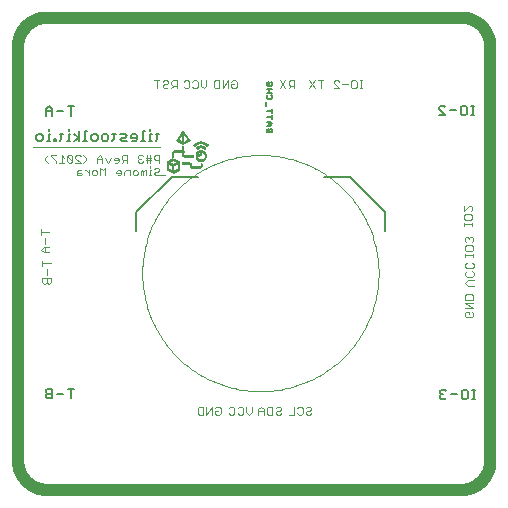
<source format=gbo>
G75*
%MOIN*%
%OFA0B0*%
%FSLAX25Y25*%
%IPPOS*%
%LPD*%
%AMOC8*
5,1,8,0,0,1.08239X$1,22.5*
%
%ADD10C,0.00000*%
%ADD11C,0.00800*%
%ADD12C,0.00400*%
%ADD13C,0.00394*%
%ADD14C,0.00600*%
%ADD15R,0.00193X0.00028*%
%ADD16R,0.00303X0.00028*%
%ADD17R,0.00413X0.00028*%
%ADD18R,0.00524X0.00028*%
%ADD19R,0.00634X0.00028*%
%ADD20R,0.00744X0.00028*%
%ADD21R,0.00854X0.00028*%
%ADD22R,0.00965X0.00028*%
%ADD23R,0.01075X0.00028*%
%ADD24R,0.01185X0.00028*%
%ADD25R,0.01295X0.00028*%
%ADD26R,0.01406X0.00028*%
%ADD27R,0.01516X0.00028*%
%ADD28R,0.01626X0.00028*%
%ADD29R,0.01736X0.00028*%
%ADD30R,0.01846X0.00028*%
%ADD31R,0.01957X0.00028*%
%ADD32R,0.02067X0.00028*%
%ADD33R,0.02177X0.00028*%
%ADD34R,0.02287X0.00028*%
%ADD35R,0.02398X0.00028*%
%ADD36R,0.02508X0.00028*%
%ADD37R,0.02618X0.00028*%
%ADD38R,0.02728X0.00028*%
%ADD39R,0.02839X0.00028*%
%ADD40R,0.02949X0.00028*%
%ADD41R,0.03059X0.00028*%
%ADD42R,0.03169X0.00028*%
%ADD43R,0.03280X0.00028*%
%ADD44R,0.03390X0.00028*%
%ADD45R,0.03500X0.00028*%
%ADD46R,0.03610X0.00028*%
%ADD47R,0.01488X0.00028*%
%ADD48R,0.00661X0.00028*%
%ADD49R,0.01461X0.00028*%
%ADD50R,0.01433X0.00028*%
%ADD51R,0.01378X0.00028*%
%ADD52R,0.01323X0.00028*%
%ADD53R,0.01268X0.00028*%
%ADD54R,0.01240X0.00028*%
%ADD55R,0.01130X0.00028*%
%ADD56R,0.01020X0.00028*%
%ADD57R,0.00909X0.00028*%
%ADD58R,0.00799X0.00028*%
%ADD59R,0.00689X0.00028*%
%ADD60R,0.02756X0.00028*%
%ADD61R,0.03087X0.00028*%
%ADD62R,0.03197X0.00028*%
%ADD63R,0.03307X0.00028*%
%ADD64R,0.03362X0.00028*%
%ADD65R,0.03445X0.00028*%
%ADD66R,0.03528X0.00028*%
%ADD67R,0.03583X0.00028*%
%ADD68R,0.03638X0.00028*%
%ADD69R,0.03693X0.00028*%
%ADD70R,0.03720X0.00028*%
%ADD71R,0.03748X0.00028*%
%ADD72R,0.03803X0.00028*%
%ADD73R,0.03858X0.00028*%
%ADD74R,0.03913X0.00028*%
%ADD75R,0.03941X0.00028*%
%ADD76R,0.03969X0.00028*%
%ADD77R,0.04024X0.00028*%
%ADD78R,0.04079X0.00028*%
%ADD79R,0.00772X0.00028*%
%ADD80R,0.00717X0.00028*%
%ADD81R,0.00882X0.00028*%
%ADD82R,0.00992X0.00028*%
%ADD83R,0.01102X0.00028*%
%ADD84R,0.01213X0.00028*%
%ADD85R,0.01543X0.00028*%
%ADD86R,0.01654X0.00028*%
%ADD87R,0.01764X0.00028*%
%ADD88R,0.01874X0.00028*%
%ADD89R,0.01984X0.00028*%
%ADD90R,0.02094X0.00028*%
%ADD91R,0.03142X0.00028*%
%ADD92R,0.02205X0.00028*%
%ADD93R,0.02315X0.00028*%
%ADD94R,0.02425X0.00028*%
%ADD95R,0.03224X0.00028*%
%ADD96R,0.02535X0.00028*%
%ADD97R,0.00606X0.00028*%
%ADD98R,0.02646X0.00028*%
%ADD99R,0.00579X0.00028*%
%ADD100R,0.00551X0.00028*%
%ADD101R,0.02866X0.00028*%
%ADD102R,0.00496X0.00028*%
%ADD103R,0.02122X0.00028*%
%ADD104R,0.00441X0.00028*%
%ADD105R,0.00386X0.00028*%
%ADD106R,0.02012X0.00028*%
%ADD107R,0.00276X0.00028*%
%ADD108R,0.03114X0.00028*%
%ADD109R,0.00083X0.00028*%
%ADD110R,0.01902X0.00028*%
%ADD111R,0.01791X0.00028*%
%ADD112R,0.03031X0.00028*%
%ADD113R,0.03004X0.00028*%
%ADD114R,0.01681X0.00028*%
%ADD115R,0.02894X0.00028*%
%ADD116R,0.01571X0.00028*%
%ADD117R,0.02811X0.00028*%
%ADD118R,0.02563X0.00028*%
%ADD119R,0.01350X0.00028*%
%ADD120R,0.01157X0.00028*%
%ADD121R,0.00331X0.00028*%
%ADD122R,0.00937X0.00028*%
%ADD123R,0.02976X0.00028*%
%ADD124R,0.02039X0.00028*%
%ADD125R,0.02150X0.00028*%
%ADD126R,0.02260X0.00028*%
%ADD127R,0.02370X0.00028*%
%ADD128R,0.02480X0.00028*%
%ADD129R,0.02591X0.00028*%
%ADD130R,0.02701X0.00028*%
%ADD131R,0.00827X0.00028*%
%ADD132R,0.00165X0.00028*%
%ADD133R,0.03252X0.00028*%
%ADD134R,0.00469X0.00028*%
%ADD135R,0.03417X0.00028*%
%ADD136R,0.03555X0.00028*%
%ADD137R,0.03665X0.00028*%
%ADD138R,0.01047X0.00028*%
%ADD139R,0.03886X0.00028*%
%ADD140R,0.03831X0.00028*%
%ADD141R,0.03776X0.00028*%
%ADD142R,0.00220X0.00028*%
%ADD143R,0.00248X0.00028*%
%ADD144R,0.00358X0.00028*%
%ADD145R,0.02453X0.00028*%
%ADD146R,0.02343X0.00028*%
%ADD147R,0.03335X0.00028*%
%ADD148R,0.02232X0.00028*%
%ADD149R,0.02921X0.00028*%
%ADD150R,0.02673X0.00028*%
%ADD151R,0.02783X0.00028*%
%ADD152R,0.01929X0.00028*%
%ADD153R,0.01819X0.00028*%
%ADD154R,0.00110X0.00028*%
%ADD155C,0.03937*%
%ADD156C,0.00500*%
D10*
X0002969Y0012811D02*
X0002969Y0150606D01*
X0002968Y0150606D02*
X0002971Y0150844D01*
X0002979Y0151082D01*
X0002994Y0151319D01*
X0003014Y0151556D01*
X0003040Y0151792D01*
X0003071Y0152028D01*
X0003108Y0152263D01*
X0003151Y0152497D01*
X0003200Y0152730D01*
X0003254Y0152962D01*
X0003314Y0153192D01*
X0003379Y0153421D01*
X0003450Y0153648D01*
X0003526Y0153873D01*
X0003608Y0154096D01*
X0003695Y0154318D01*
X0003787Y0154537D01*
X0003885Y0154754D01*
X0003987Y0154968D01*
X0004095Y0155180D01*
X0004209Y0155390D01*
X0004327Y0155596D01*
X0004450Y0155800D01*
X0004578Y0156000D01*
X0004710Y0156197D01*
X0004848Y0156392D01*
X0004990Y0156582D01*
X0005137Y0156770D01*
X0005288Y0156953D01*
X0005443Y0157133D01*
X0005603Y0157309D01*
X0005767Y0157481D01*
X0005936Y0157650D01*
X0006108Y0157814D01*
X0006284Y0157974D01*
X0006464Y0158129D01*
X0006647Y0158280D01*
X0006835Y0158427D01*
X0007025Y0158569D01*
X0007220Y0158707D01*
X0007417Y0158839D01*
X0007617Y0158967D01*
X0007821Y0159090D01*
X0008027Y0159208D01*
X0008237Y0159322D01*
X0008449Y0159430D01*
X0008663Y0159532D01*
X0008880Y0159630D01*
X0009099Y0159722D01*
X0009321Y0159809D01*
X0009544Y0159891D01*
X0009769Y0159967D01*
X0009996Y0160038D01*
X0010225Y0160103D01*
X0010455Y0160163D01*
X0010687Y0160217D01*
X0010920Y0160266D01*
X0011154Y0160309D01*
X0011389Y0160346D01*
X0011625Y0160377D01*
X0011861Y0160403D01*
X0012098Y0160423D01*
X0012335Y0160438D01*
X0012573Y0160446D01*
X0012811Y0160449D01*
X0150606Y0160449D01*
X0150844Y0160446D01*
X0151082Y0160438D01*
X0151319Y0160423D01*
X0151556Y0160403D01*
X0151792Y0160377D01*
X0152028Y0160346D01*
X0152263Y0160309D01*
X0152497Y0160266D01*
X0152730Y0160217D01*
X0152962Y0160163D01*
X0153192Y0160103D01*
X0153421Y0160038D01*
X0153648Y0159967D01*
X0153873Y0159891D01*
X0154096Y0159809D01*
X0154318Y0159722D01*
X0154537Y0159630D01*
X0154754Y0159532D01*
X0154968Y0159430D01*
X0155180Y0159322D01*
X0155390Y0159208D01*
X0155596Y0159090D01*
X0155800Y0158967D01*
X0156000Y0158839D01*
X0156197Y0158707D01*
X0156392Y0158569D01*
X0156582Y0158427D01*
X0156770Y0158280D01*
X0156953Y0158129D01*
X0157133Y0157974D01*
X0157309Y0157814D01*
X0157481Y0157650D01*
X0157650Y0157481D01*
X0157814Y0157309D01*
X0157974Y0157133D01*
X0158129Y0156953D01*
X0158280Y0156770D01*
X0158427Y0156582D01*
X0158569Y0156392D01*
X0158707Y0156197D01*
X0158839Y0156000D01*
X0158967Y0155800D01*
X0159090Y0155596D01*
X0159208Y0155390D01*
X0159322Y0155180D01*
X0159430Y0154968D01*
X0159532Y0154754D01*
X0159630Y0154537D01*
X0159722Y0154318D01*
X0159809Y0154096D01*
X0159891Y0153873D01*
X0159967Y0153648D01*
X0160038Y0153421D01*
X0160103Y0153192D01*
X0160163Y0152962D01*
X0160217Y0152730D01*
X0160266Y0152497D01*
X0160309Y0152263D01*
X0160346Y0152028D01*
X0160377Y0151792D01*
X0160403Y0151556D01*
X0160423Y0151319D01*
X0160438Y0151082D01*
X0160446Y0150844D01*
X0160449Y0150606D01*
X0160449Y0012811D01*
X0160446Y0012573D01*
X0160438Y0012335D01*
X0160423Y0012098D01*
X0160403Y0011861D01*
X0160377Y0011625D01*
X0160346Y0011389D01*
X0160309Y0011154D01*
X0160266Y0010920D01*
X0160217Y0010687D01*
X0160163Y0010455D01*
X0160103Y0010225D01*
X0160038Y0009996D01*
X0159967Y0009769D01*
X0159891Y0009544D01*
X0159809Y0009321D01*
X0159722Y0009099D01*
X0159630Y0008880D01*
X0159532Y0008663D01*
X0159430Y0008449D01*
X0159322Y0008237D01*
X0159208Y0008027D01*
X0159090Y0007821D01*
X0158967Y0007617D01*
X0158839Y0007417D01*
X0158707Y0007220D01*
X0158569Y0007025D01*
X0158427Y0006835D01*
X0158280Y0006647D01*
X0158129Y0006464D01*
X0157974Y0006284D01*
X0157814Y0006108D01*
X0157650Y0005936D01*
X0157481Y0005767D01*
X0157309Y0005603D01*
X0157133Y0005443D01*
X0156953Y0005288D01*
X0156770Y0005137D01*
X0156582Y0004990D01*
X0156392Y0004848D01*
X0156197Y0004710D01*
X0156000Y0004578D01*
X0155800Y0004450D01*
X0155596Y0004327D01*
X0155390Y0004209D01*
X0155180Y0004095D01*
X0154968Y0003987D01*
X0154754Y0003885D01*
X0154537Y0003787D01*
X0154318Y0003695D01*
X0154096Y0003608D01*
X0153873Y0003526D01*
X0153648Y0003450D01*
X0153421Y0003379D01*
X0153192Y0003314D01*
X0152962Y0003254D01*
X0152730Y0003200D01*
X0152497Y0003151D01*
X0152263Y0003108D01*
X0152028Y0003071D01*
X0151792Y0003040D01*
X0151556Y0003014D01*
X0151319Y0002994D01*
X0151082Y0002979D01*
X0150844Y0002971D01*
X0150606Y0002968D01*
X0150606Y0002969D02*
X0012811Y0002969D01*
X0012811Y0002968D02*
X0012573Y0002971D01*
X0012335Y0002979D01*
X0012098Y0002994D01*
X0011861Y0003014D01*
X0011625Y0003040D01*
X0011389Y0003071D01*
X0011154Y0003108D01*
X0010920Y0003151D01*
X0010687Y0003200D01*
X0010455Y0003254D01*
X0010225Y0003314D01*
X0009996Y0003379D01*
X0009769Y0003450D01*
X0009544Y0003526D01*
X0009321Y0003608D01*
X0009099Y0003695D01*
X0008880Y0003787D01*
X0008663Y0003885D01*
X0008449Y0003987D01*
X0008237Y0004095D01*
X0008027Y0004209D01*
X0007821Y0004327D01*
X0007617Y0004450D01*
X0007417Y0004578D01*
X0007220Y0004710D01*
X0007025Y0004848D01*
X0006835Y0004990D01*
X0006647Y0005137D01*
X0006464Y0005288D01*
X0006284Y0005443D01*
X0006108Y0005603D01*
X0005936Y0005767D01*
X0005767Y0005936D01*
X0005603Y0006108D01*
X0005443Y0006284D01*
X0005288Y0006464D01*
X0005137Y0006647D01*
X0004990Y0006835D01*
X0004848Y0007025D01*
X0004710Y0007220D01*
X0004578Y0007417D01*
X0004450Y0007617D01*
X0004327Y0007821D01*
X0004209Y0008027D01*
X0004095Y0008237D01*
X0003987Y0008449D01*
X0003885Y0008663D01*
X0003787Y0008880D01*
X0003695Y0009099D01*
X0003608Y0009321D01*
X0003526Y0009544D01*
X0003450Y0009769D01*
X0003379Y0009996D01*
X0003314Y0010225D01*
X0003254Y0010455D01*
X0003200Y0010687D01*
X0003151Y0010920D01*
X0003108Y0011154D01*
X0003071Y0011389D01*
X0003040Y0011625D01*
X0003014Y0011861D01*
X0002994Y0012098D01*
X0002979Y0012335D01*
X0002971Y0012573D01*
X0002968Y0012811D01*
X0050164Y0107871D02*
X0050164Y0107927D01*
X0050136Y0107927D01*
X0050127Y0107917D01*
X0050127Y0107899D01*
X0050136Y0107890D01*
X0050164Y0107890D01*
X0050178Y0107890D02*
X0050178Y0107917D01*
X0050187Y0107927D01*
X0050196Y0107917D01*
X0050196Y0107890D01*
X0050215Y0107890D02*
X0050215Y0107927D01*
X0050205Y0107927D01*
X0050196Y0107917D01*
X0050229Y0107917D02*
X0050238Y0107927D01*
X0050265Y0107927D01*
X0050265Y0107945D02*
X0050265Y0107890D01*
X0050238Y0107890D01*
X0050229Y0107899D01*
X0050229Y0107917D01*
X0050281Y0107899D02*
X0050281Y0107890D01*
X0050291Y0107890D01*
X0050291Y0107899D01*
X0050281Y0107899D01*
X0050305Y0107890D02*
X0050332Y0107890D01*
X0050341Y0107899D01*
X0050341Y0107917D01*
X0050332Y0107927D01*
X0050305Y0107927D01*
X0050355Y0107927D02*
X0050383Y0107927D01*
X0050392Y0107917D01*
X0050392Y0107899D01*
X0050383Y0107890D01*
X0050355Y0107890D01*
X0050406Y0107881D02*
X0050443Y0107881D01*
X0050457Y0107899D02*
X0050457Y0107908D01*
X0050466Y0107917D01*
X0050494Y0107917D01*
X0050494Y0107899D01*
X0050484Y0107890D01*
X0050466Y0107890D01*
X0050457Y0107899D01*
X0050475Y0107936D02*
X0050494Y0107917D01*
X0050475Y0107936D02*
X0050457Y0107945D01*
X0050526Y0107945D02*
X0050526Y0107890D01*
X0050544Y0107890D02*
X0050508Y0107890D01*
X0050558Y0107899D02*
X0050558Y0107936D01*
X0050568Y0107945D01*
X0050586Y0107945D01*
X0050595Y0107936D01*
X0050595Y0107927D01*
X0050586Y0107917D01*
X0050558Y0107917D01*
X0050544Y0107927D02*
X0050526Y0107945D01*
X0050558Y0107899D02*
X0050568Y0107890D01*
X0050586Y0107890D01*
X0050595Y0107899D01*
X0050609Y0107899D02*
X0050618Y0107890D01*
X0050637Y0107890D01*
X0050646Y0107899D01*
X0050660Y0107917D02*
X0050697Y0107917D01*
X0050669Y0107945D01*
X0050669Y0107890D01*
X0050711Y0107890D02*
X0050747Y0107890D01*
X0050761Y0107881D02*
X0050798Y0107881D01*
X0050812Y0107890D02*
X0050812Y0107917D01*
X0050821Y0107927D01*
X0050849Y0107927D01*
X0050849Y0107890D01*
X0050863Y0107890D02*
X0050863Y0107927D01*
X0050900Y0107927D02*
X0050900Y0107899D01*
X0050890Y0107890D01*
X0050863Y0107890D01*
X0050914Y0107899D02*
X0050914Y0107917D01*
X0050923Y0107927D01*
X0050941Y0107927D01*
X0050950Y0107917D01*
X0050950Y0107899D01*
X0050941Y0107890D01*
X0050923Y0107890D01*
X0050914Y0107899D01*
X0050964Y0107890D02*
X0050964Y0107917D01*
X0050974Y0107927D01*
X0051001Y0107927D01*
X0051001Y0107890D01*
X0051052Y0107890D02*
X0051015Y0107945D01*
X0051066Y0107917D02*
X0051066Y0107899D01*
X0051075Y0107890D01*
X0051103Y0107890D01*
X0051117Y0107899D02*
X0051117Y0107917D01*
X0051126Y0107927D01*
X0051144Y0107927D01*
X0051153Y0107917D01*
X0051153Y0107899D01*
X0051144Y0107890D01*
X0051126Y0107890D01*
X0051117Y0107899D01*
X0051103Y0107927D02*
X0051075Y0107927D01*
X0051066Y0107917D01*
X0051103Y0107927D02*
X0051103Y0107871D01*
X0051169Y0107890D02*
X0051178Y0107899D01*
X0051178Y0107936D01*
X0051187Y0107927D02*
X0051169Y0107927D01*
X0051202Y0107927D02*
X0051230Y0107908D01*
X0051202Y0107890D01*
X0051230Y0107890D02*
X0051230Y0107945D01*
X0051244Y0107927D02*
X0051271Y0107927D01*
X0051280Y0107917D01*
X0051271Y0107908D01*
X0051253Y0107908D01*
X0051244Y0107899D01*
X0051253Y0107890D01*
X0051280Y0107890D01*
X0051294Y0107908D02*
X0051331Y0107908D01*
X0051331Y0107899D02*
X0051331Y0107917D01*
X0051322Y0107927D01*
X0051303Y0107927D01*
X0051294Y0107917D01*
X0051294Y0107908D01*
X0051303Y0107890D02*
X0051322Y0107890D01*
X0051331Y0107899D01*
X0051345Y0107899D02*
X0051345Y0107936D01*
X0051354Y0107945D01*
X0051382Y0107945D01*
X0051382Y0107890D01*
X0051354Y0107890D01*
X0051345Y0107899D01*
X0051396Y0107945D02*
X0051433Y0107890D01*
X0051447Y0107908D02*
X0051483Y0107908D01*
X0051483Y0107899D02*
X0051483Y0107917D01*
X0051474Y0107927D01*
X0051456Y0107927D01*
X0051447Y0107917D01*
X0051447Y0107908D01*
X0051456Y0107890D02*
X0051474Y0107890D01*
X0051483Y0107899D01*
X0051497Y0107890D02*
X0051497Y0107917D01*
X0051506Y0107927D01*
X0051534Y0107927D01*
X0051534Y0107890D01*
X0051548Y0107899D02*
X0051548Y0107917D01*
X0051557Y0107927D01*
X0051576Y0107927D01*
X0051585Y0107917D01*
X0051585Y0107899D01*
X0051576Y0107890D01*
X0051557Y0107890D01*
X0051548Y0107899D01*
X0051599Y0107890D02*
X0051599Y0107917D01*
X0051608Y0107927D01*
X0051617Y0107917D01*
X0051617Y0107890D01*
X0051636Y0107890D02*
X0051636Y0107927D01*
X0051626Y0107927D01*
X0051617Y0107917D01*
X0051651Y0107890D02*
X0051669Y0107890D01*
X0051660Y0107890D02*
X0051660Y0107927D01*
X0051669Y0107927D01*
X0051683Y0107936D02*
X0051693Y0107945D01*
X0051711Y0107945D01*
X0051720Y0107936D01*
X0051720Y0107927D01*
X0051711Y0107917D01*
X0051693Y0107917D01*
X0051683Y0107908D01*
X0051683Y0107899D01*
X0051693Y0107890D01*
X0051711Y0107890D01*
X0051720Y0107899D01*
X0051734Y0107945D02*
X0051771Y0107890D01*
X0051785Y0107899D02*
X0051794Y0107908D01*
X0051812Y0107908D01*
X0051822Y0107917D01*
X0051812Y0107927D01*
X0051785Y0107927D01*
X0051785Y0107899D02*
X0051794Y0107890D01*
X0051822Y0107890D01*
X0051836Y0107927D02*
X0051846Y0107927D01*
X0051864Y0107908D01*
X0051878Y0107908D02*
X0051915Y0107908D01*
X0051915Y0107899D02*
X0051915Y0107917D01*
X0051905Y0107927D01*
X0051887Y0107927D01*
X0051878Y0107917D01*
X0051878Y0107908D01*
X0051887Y0107890D02*
X0051905Y0107890D01*
X0051915Y0107899D01*
X0051929Y0107899D02*
X0051938Y0107908D01*
X0051956Y0107908D01*
X0051965Y0107917D01*
X0051956Y0107927D01*
X0051929Y0107927D01*
X0051929Y0107899D02*
X0051938Y0107890D01*
X0051965Y0107890D01*
X0051979Y0107899D02*
X0051979Y0107945D01*
X0052016Y0107945D02*
X0052016Y0107899D01*
X0052007Y0107890D01*
X0051989Y0107890D01*
X0051979Y0107899D01*
X0052030Y0107945D02*
X0052067Y0107890D01*
X0051864Y0107890D02*
X0051864Y0107927D01*
X0051660Y0107945D02*
X0051660Y0107954D01*
X0050747Y0107927D02*
X0050729Y0107945D01*
X0050729Y0107890D01*
X0050646Y0107936D02*
X0050637Y0107945D01*
X0050618Y0107945D01*
X0050609Y0107936D01*
X0050609Y0107927D01*
X0050618Y0107917D01*
X0050609Y0107908D01*
X0050609Y0107899D01*
X0050618Y0107917D02*
X0050628Y0107917D01*
D11*
X0021568Y0130858D02*
X0019475Y0130858D01*
X0020521Y0130858D02*
X0020521Y0127718D01*
X0017943Y0129288D02*
X0015849Y0129288D01*
X0014317Y0129288D02*
X0012224Y0129288D01*
X0012224Y0129811D02*
X0012224Y0127718D01*
X0012224Y0129811D02*
X0013271Y0130858D01*
X0014317Y0129811D01*
X0014317Y0127718D01*
X0014317Y0036658D02*
X0012748Y0036658D01*
X0012224Y0036135D01*
X0012224Y0035611D01*
X0012748Y0035088D01*
X0014317Y0035088D01*
X0015849Y0035088D02*
X0017943Y0035088D01*
X0019475Y0036658D02*
X0021568Y0036658D01*
X0020521Y0036658D02*
X0020521Y0033518D01*
X0014317Y0033518D02*
X0012748Y0033518D01*
X0012224Y0034041D01*
X0012224Y0034565D01*
X0012748Y0035088D01*
X0014317Y0033518D02*
X0014317Y0036658D01*
X0143588Y0035854D02*
X0143588Y0035331D01*
X0144111Y0034808D01*
X0143588Y0034284D01*
X0143588Y0033761D01*
X0144111Y0033238D01*
X0145158Y0033238D01*
X0145681Y0033761D01*
X0144634Y0034808D02*
X0144111Y0034808D01*
X0143588Y0035854D02*
X0144111Y0036377D01*
X0145158Y0036377D01*
X0145681Y0035854D01*
X0147213Y0034808D02*
X0149306Y0034808D01*
X0150838Y0033761D02*
X0150838Y0035854D01*
X0151361Y0036377D01*
X0152408Y0036377D01*
X0152931Y0035854D01*
X0152931Y0033761D01*
X0152408Y0033238D01*
X0151361Y0033238D01*
X0150838Y0033761D01*
X0154301Y0033238D02*
X0155348Y0033238D01*
X0154825Y0033238D02*
X0154825Y0036377D01*
X0155348Y0036377D02*
X0154301Y0036377D01*
X0154525Y0127918D02*
X0154525Y0131058D01*
X0155048Y0131058D02*
X0154001Y0131058D01*
X0152631Y0130535D02*
X0152631Y0128441D01*
X0152108Y0127918D01*
X0151061Y0127918D01*
X0150538Y0128441D01*
X0150538Y0130535D01*
X0151061Y0131058D01*
X0152108Y0131058D01*
X0152631Y0130535D01*
X0154001Y0127918D02*
X0155048Y0127918D01*
X0149006Y0129488D02*
X0146913Y0129488D01*
X0145381Y0130535D02*
X0144858Y0131058D01*
X0143811Y0131058D01*
X0143288Y0130535D01*
X0143288Y0130011D01*
X0145381Y0127918D01*
X0143288Y0127918D01*
D12*
X0117768Y0136818D02*
X0116850Y0136818D01*
X0117309Y0136818D02*
X0117309Y0139570D01*
X0117768Y0139570D02*
X0116850Y0139570D01*
X0115834Y0139111D02*
X0115834Y0137277D01*
X0115376Y0136818D01*
X0114458Y0136818D01*
X0114000Y0137277D01*
X0114000Y0139111D01*
X0114458Y0139570D01*
X0115376Y0139570D01*
X0115834Y0139111D01*
X0112934Y0138194D02*
X0111100Y0138194D01*
X0110034Y0139111D02*
X0109575Y0139570D01*
X0108658Y0139570D01*
X0108199Y0139111D01*
X0108199Y0138653D01*
X0110034Y0136818D01*
X0108199Y0136818D01*
X0104768Y0139570D02*
X0102933Y0139570D01*
X0103850Y0139570D02*
X0103850Y0136818D01*
X0101868Y0136818D02*
X0100033Y0139570D01*
X0101868Y0139570D02*
X0100033Y0136818D01*
X0094968Y0136818D02*
X0094968Y0139570D01*
X0093592Y0139570D01*
X0093133Y0139111D01*
X0093133Y0138194D01*
X0093592Y0137735D01*
X0094968Y0137735D01*
X0094050Y0137735D02*
X0093133Y0136818D01*
X0092068Y0136818D02*
X0090233Y0139570D01*
X0092068Y0139570D02*
X0090233Y0136818D01*
X0075868Y0137277D02*
X0075409Y0136818D01*
X0074492Y0136818D01*
X0074033Y0137277D01*
X0074033Y0138194D01*
X0074950Y0138194D01*
X0074033Y0139111D02*
X0074492Y0139570D01*
X0075409Y0139570D01*
X0075868Y0139111D01*
X0075868Y0137277D01*
X0072968Y0136818D02*
X0072968Y0139570D01*
X0071133Y0136818D01*
X0071133Y0139570D01*
X0070067Y0139570D02*
X0068692Y0139570D01*
X0068233Y0139111D01*
X0068233Y0137277D01*
X0068692Y0136818D01*
X0070067Y0136818D01*
X0070067Y0139570D01*
X0065768Y0139570D02*
X0065768Y0137735D01*
X0064850Y0136818D01*
X0063933Y0137735D01*
X0063933Y0139570D01*
X0062868Y0139111D02*
X0062868Y0137277D01*
X0062409Y0136818D01*
X0061492Y0136818D01*
X0061033Y0137277D01*
X0059967Y0137277D02*
X0059509Y0136818D01*
X0058592Y0136818D01*
X0058133Y0137277D01*
X0058133Y0139111D02*
X0058592Y0139570D01*
X0059509Y0139570D01*
X0059967Y0139111D01*
X0059967Y0137277D01*
X0061033Y0139111D02*
X0061492Y0139570D01*
X0062409Y0139570D01*
X0062868Y0139111D01*
X0055868Y0139570D02*
X0055868Y0136818D01*
X0055868Y0137735D02*
X0054492Y0137735D01*
X0054033Y0138194D01*
X0054033Y0139111D01*
X0054492Y0139570D01*
X0055868Y0139570D01*
X0054950Y0137735D02*
X0054033Y0136818D01*
X0052968Y0137277D02*
X0052509Y0136818D01*
X0051592Y0136818D01*
X0051133Y0137277D01*
X0051133Y0137735D01*
X0051592Y0138194D01*
X0052509Y0138194D01*
X0052968Y0138653D01*
X0052968Y0139111D01*
X0052509Y0139570D01*
X0051592Y0139570D01*
X0051133Y0139111D01*
X0050067Y0139570D02*
X0048233Y0139570D01*
X0049150Y0139570D02*
X0049150Y0136818D01*
X0048835Y0114623D02*
X0048409Y0114197D01*
X0048409Y0113345D01*
X0048835Y0112919D01*
X0050113Y0112919D01*
X0050113Y0112068D02*
X0050113Y0114623D01*
X0048835Y0114623D01*
X0047394Y0113771D02*
X0046116Y0113771D01*
X0045690Y0113771D01*
X0045690Y0112919D02*
X0047394Y0112919D01*
X0046968Y0112068D02*
X0046968Y0114623D01*
X0046116Y0114623D02*
X0046116Y0112068D01*
X0044675Y0112494D02*
X0044249Y0112068D01*
X0043397Y0112068D01*
X0042972Y0112494D01*
X0042972Y0112919D01*
X0043397Y0113345D01*
X0043823Y0113345D01*
X0043397Y0113345D02*
X0042972Y0113771D01*
X0042972Y0114197D01*
X0043397Y0114623D01*
X0044249Y0114623D01*
X0044675Y0114197D01*
X0046968Y0110811D02*
X0046968Y0110386D01*
X0046968Y0109534D02*
X0046968Y0107831D01*
X0047394Y0107831D02*
X0046542Y0107831D01*
X0045581Y0107831D02*
X0045581Y0109534D01*
X0045155Y0109534D01*
X0044730Y0109108D01*
X0044304Y0109534D01*
X0043878Y0109108D01*
X0043878Y0107831D01*
X0044730Y0107831D02*
X0044730Y0109108D01*
X0042862Y0109108D02*
X0042862Y0108257D01*
X0042437Y0107831D01*
X0041585Y0107831D01*
X0041159Y0108257D01*
X0041159Y0109108D01*
X0041585Y0109534D01*
X0042437Y0109534D01*
X0042862Y0109108D01*
X0040143Y0109534D02*
X0040143Y0107831D01*
X0038440Y0107831D02*
X0038440Y0109108D01*
X0038866Y0109534D01*
X0040143Y0109534D01*
X0039237Y0112068D02*
X0039237Y0114623D01*
X0037960Y0114623D01*
X0037534Y0114197D01*
X0037534Y0113345D01*
X0037960Y0112919D01*
X0039237Y0112919D01*
X0038386Y0112919D02*
X0037534Y0112068D01*
X0036518Y0112494D02*
X0036518Y0113345D01*
X0036093Y0113771D01*
X0035241Y0113771D01*
X0034815Y0113345D01*
X0034815Y0112919D01*
X0036518Y0112919D01*
X0036518Y0112494D02*
X0036093Y0112068D01*
X0035241Y0112068D01*
X0033800Y0113771D02*
X0032948Y0112068D01*
X0032096Y0113771D01*
X0031081Y0113771D02*
X0030229Y0114623D01*
X0029377Y0113771D01*
X0029377Y0112068D01*
X0029377Y0113345D02*
X0031081Y0113345D01*
X0031081Y0113771D02*
X0031081Y0112068D01*
X0030284Y0110386D02*
X0030284Y0107831D01*
X0029268Y0108257D02*
X0028842Y0107831D01*
X0027991Y0107831D01*
X0027565Y0108257D01*
X0027565Y0109108D01*
X0027991Y0109534D01*
X0028842Y0109534D01*
X0029268Y0109108D01*
X0029268Y0108257D01*
X0031135Y0109534D02*
X0030284Y0110386D01*
X0031135Y0109534D02*
X0031987Y0110386D01*
X0031987Y0107831D01*
X0035721Y0108682D02*
X0037425Y0108682D01*
X0037425Y0108257D02*
X0037425Y0109108D01*
X0036999Y0109534D01*
X0036147Y0109534D01*
X0035721Y0109108D01*
X0035721Y0108682D01*
X0036147Y0107831D02*
X0036999Y0107831D01*
X0037425Y0108257D01*
X0046968Y0109534D02*
X0047394Y0109534D01*
X0048409Y0109960D02*
X0048835Y0110386D01*
X0049687Y0110386D01*
X0050113Y0109960D01*
X0050113Y0109534D01*
X0049687Y0109108D01*
X0048835Y0109108D01*
X0048409Y0108682D01*
X0048409Y0108257D01*
X0048835Y0107831D01*
X0049687Y0107831D01*
X0050113Y0108257D01*
X0026549Y0108682D02*
X0025698Y0109534D01*
X0025272Y0109534D01*
X0026549Y0109534D02*
X0026549Y0107831D01*
X0024284Y0108257D02*
X0023858Y0107831D01*
X0022580Y0107831D01*
X0022580Y0109108D01*
X0023006Y0109534D01*
X0023858Y0109534D01*
X0023858Y0108682D02*
X0022580Y0108682D01*
X0023858Y0108682D02*
X0024284Y0108257D01*
X0023830Y0112068D02*
X0022127Y0112068D01*
X0021112Y0112494D02*
X0021112Y0114197D01*
X0020686Y0114623D01*
X0019834Y0114623D01*
X0019408Y0114197D01*
X0021112Y0112494D01*
X0020686Y0112068D01*
X0019834Y0112068D01*
X0019408Y0112494D01*
X0019408Y0114197D01*
X0018393Y0113771D02*
X0017541Y0114623D01*
X0017541Y0112068D01*
X0018393Y0112068D02*
X0016689Y0112068D01*
X0015674Y0112068D02*
X0015674Y0112494D01*
X0013971Y0114197D01*
X0013971Y0114623D01*
X0015674Y0114623D01*
X0012955Y0114623D02*
X0012103Y0113771D01*
X0012103Y0112919D01*
X0012955Y0112068D01*
X0022127Y0113771D02*
X0022127Y0114197D01*
X0022553Y0114623D01*
X0023405Y0114623D01*
X0023830Y0114197D01*
X0024791Y0114623D02*
X0025643Y0113771D01*
X0025643Y0112919D01*
X0024791Y0112068D01*
X0023830Y0112068D02*
X0022127Y0113771D01*
X0013368Y0088891D02*
X0010616Y0088891D01*
X0010616Y0087974D02*
X0010616Y0089809D01*
X0011992Y0086909D02*
X0011992Y0085074D01*
X0011992Y0084008D02*
X0011992Y0082174D01*
X0011533Y0082174D02*
X0013368Y0082174D01*
X0013368Y0084008D02*
X0011533Y0084008D01*
X0010616Y0083091D01*
X0011533Y0082174D01*
X0011116Y0079418D02*
X0011116Y0077583D01*
X0011116Y0078501D02*
X0013868Y0078501D01*
X0012492Y0076518D02*
X0012492Y0074683D01*
X0012492Y0073618D02*
X0012492Y0072242D01*
X0012950Y0071783D01*
X0013409Y0071783D01*
X0013868Y0072242D01*
X0013868Y0073618D01*
X0011116Y0073618D01*
X0011116Y0072242D01*
X0011574Y0071783D01*
X0012033Y0071783D01*
X0012492Y0072242D01*
X0062833Y0030311D02*
X0062833Y0028477D01*
X0063292Y0028018D01*
X0064667Y0028018D01*
X0064667Y0030770D01*
X0063292Y0030770D01*
X0062833Y0030311D01*
X0065733Y0030770D02*
X0065733Y0028018D01*
X0067568Y0030770D01*
X0067568Y0028018D01*
X0068633Y0028477D02*
X0068633Y0029394D01*
X0069550Y0029394D01*
X0068633Y0028477D02*
X0069092Y0028018D01*
X0070009Y0028018D01*
X0070468Y0028477D01*
X0070468Y0030311D01*
X0070009Y0030770D01*
X0069092Y0030770D01*
X0068633Y0030311D01*
X0073233Y0030311D02*
X0073692Y0030770D01*
X0074609Y0030770D01*
X0075067Y0030311D01*
X0075067Y0028477D01*
X0074609Y0028018D01*
X0073692Y0028018D01*
X0073233Y0028477D01*
X0076133Y0028477D02*
X0076592Y0028018D01*
X0077509Y0028018D01*
X0077968Y0028477D01*
X0077968Y0030311D01*
X0077509Y0030770D01*
X0076592Y0030770D01*
X0076133Y0030311D01*
X0079033Y0030770D02*
X0079033Y0028935D01*
X0079950Y0028018D01*
X0080868Y0028935D01*
X0080868Y0030770D01*
X0083033Y0029853D02*
X0083033Y0028018D01*
X0083033Y0029394D02*
X0084867Y0029394D01*
X0084867Y0029853D02*
X0084867Y0028018D01*
X0085933Y0028477D02*
X0085933Y0030311D01*
X0086392Y0030770D01*
X0087768Y0030770D01*
X0087768Y0028018D01*
X0086392Y0028018D01*
X0085933Y0028477D01*
X0084867Y0029853D02*
X0083950Y0030770D01*
X0083033Y0029853D01*
X0088833Y0030311D02*
X0089292Y0030770D01*
X0090209Y0030770D01*
X0090668Y0030311D01*
X0090668Y0029853D01*
X0090209Y0029394D01*
X0089292Y0029394D01*
X0088833Y0028935D01*
X0088833Y0028477D01*
X0089292Y0028018D01*
X0090209Y0028018D01*
X0090668Y0028477D01*
X0093133Y0028018D02*
X0094967Y0028018D01*
X0094967Y0030770D01*
X0096033Y0030311D02*
X0096492Y0030770D01*
X0097409Y0030770D01*
X0097868Y0030311D01*
X0097868Y0028477D01*
X0097409Y0028018D01*
X0096492Y0028018D01*
X0096033Y0028477D01*
X0098933Y0028477D02*
X0099392Y0028018D01*
X0100309Y0028018D01*
X0100768Y0028477D01*
X0100309Y0029394D02*
X0099392Y0029394D01*
X0098933Y0028935D01*
X0098933Y0028477D01*
X0100309Y0029394D02*
X0100768Y0029853D01*
X0100768Y0030311D01*
X0100309Y0030770D01*
X0099392Y0030770D01*
X0098933Y0030311D01*
X0151968Y0061077D02*
X0151968Y0061994D01*
X0152426Y0062453D01*
X0153344Y0062453D01*
X0153344Y0061535D01*
X0154261Y0060618D02*
X0152426Y0060618D01*
X0151968Y0061077D01*
X0151968Y0063518D02*
X0154720Y0063518D01*
X0151968Y0065353D01*
X0154720Y0065353D01*
X0154720Y0066418D02*
X0154720Y0067794D01*
X0154261Y0068253D01*
X0152426Y0068253D01*
X0151968Y0067794D01*
X0151968Y0066418D01*
X0154720Y0066418D01*
X0154261Y0062453D02*
X0154720Y0061994D01*
X0154720Y0061077D01*
X0154261Y0060618D01*
X0154820Y0071118D02*
X0152985Y0071118D01*
X0152068Y0072035D01*
X0152985Y0072953D01*
X0154820Y0072953D01*
X0154361Y0074018D02*
X0152526Y0074018D01*
X0152068Y0074477D01*
X0152068Y0075394D01*
X0152526Y0075853D01*
X0152526Y0076918D02*
X0152068Y0077377D01*
X0152068Y0078294D01*
X0152526Y0078753D01*
X0152526Y0076918D02*
X0154361Y0076918D01*
X0154820Y0077377D01*
X0154820Y0078294D01*
X0154361Y0078753D01*
X0154620Y0080718D02*
X0154620Y0081635D01*
X0154620Y0081177D02*
X0151868Y0081177D01*
X0151868Y0081635D02*
X0151868Y0080718D01*
X0152326Y0082652D02*
X0151868Y0083110D01*
X0151868Y0084027D01*
X0152326Y0084486D01*
X0154161Y0084486D01*
X0154620Y0084027D01*
X0154620Y0083110D01*
X0154161Y0082652D01*
X0152326Y0082652D01*
X0152326Y0085552D02*
X0151868Y0086010D01*
X0151868Y0086928D01*
X0152326Y0087386D01*
X0152785Y0087386D01*
X0153244Y0086928D01*
X0153244Y0086469D01*
X0153244Y0086928D02*
X0153702Y0087386D01*
X0154161Y0087386D01*
X0154620Y0086928D01*
X0154620Y0086010D01*
X0154161Y0085552D01*
X0154320Y0091118D02*
X0154320Y0092035D01*
X0154320Y0091577D02*
X0151568Y0091577D01*
X0151568Y0092035D02*
X0151568Y0091118D01*
X0152026Y0093052D02*
X0151568Y0093510D01*
X0151568Y0094427D01*
X0152026Y0094886D01*
X0153861Y0094886D01*
X0154320Y0094427D01*
X0154320Y0093510D01*
X0153861Y0093052D01*
X0152026Y0093052D01*
X0151568Y0095952D02*
X0153402Y0097786D01*
X0153861Y0097786D01*
X0154320Y0097328D01*
X0154320Y0096410D01*
X0153861Y0095952D01*
X0151568Y0095952D02*
X0151568Y0097786D01*
X0154361Y0075853D02*
X0154820Y0075394D01*
X0154820Y0074477D01*
X0154361Y0074018D01*
D13*
X0044401Y0075220D02*
X0044413Y0076186D01*
X0044448Y0077152D01*
X0044508Y0078116D01*
X0044591Y0079079D01*
X0044697Y0080039D01*
X0044827Y0080997D01*
X0044981Y0081951D01*
X0045157Y0082901D01*
X0045358Y0083846D01*
X0045581Y0084786D01*
X0045827Y0085720D01*
X0046096Y0086649D01*
X0046388Y0087570D01*
X0046702Y0088483D01*
X0047039Y0089389D01*
X0047398Y0090286D01*
X0047779Y0091174D01*
X0048181Y0092053D01*
X0048605Y0092921D01*
X0049050Y0093779D01*
X0049516Y0094625D01*
X0050002Y0095460D01*
X0050509Y0096283D01*
X0051036Y0097093D01*
X0051583Y0097890D01*
X0052149Y0098673D01*
X0052734Y0099442D01*
X0053338Y0100196D01*
X0053960Y0100935D01*
X0054600Y0101659D01*
X0055257Y0102367D01*
X0055932Y0103059D01*
X0056624Y0103734D01*
X0057332Y0104391D01*
X0058056Y0105031D01*
X0058795Y0105653D01*
X0059549Y0106257D01*
X0060318Y0106842D01*
X0061101Y0107408D01*
X0061898Y0107955D01*
X0062708Y0108482D01*
X0063531Y0108989D01*
X0064366Y0109475D01*
X0065212Y0109941D01*
X0066070Y0110386D01*
X0066938Y0110810D01*
X0067817Y0111212D01*
X0068705Y0111593D01*
X0069602Y0111952D01*
X0070508Y0112289D01*
X0071421Y0112603D01*
X0072342Y0112895D01*
X0073271Y0113164D01*
X0074205Y0113410D01*
X0075145Y0113633D01*
X0076090Y0113834D01*
X0077040Y0114010D01*
X0077994Y0114164D01*
X0078952Y0114294D01*
X0079912Y0114400D01*
X0080875Y0114483D01*
X0081839Y0114543D01*
X0082805Y0114578D01*
X0083771Y0114590D01*
X0084737Y0114578D01*
X0085703Y0114543D01*
X0086667Y0114483D01*
X0087630Y0114400D01*
X0088590Y0114294D01*
X0089548Y0114164D01*
X0090502Y0114010D01*
X0091452Y0113834D01*
X0092397Y0113633D01*
X0093337Y0113410D01*
X0094271Y0113164D01*
X0095200Y0112895D01*
X0096121Y0112603D01*
X0097034Y0112289D01*
X0097940Y0111952D01*
X0098837Y0111593D01*
X0099725Y0111212D01*
X0100604Y0110810D01*
X0101472Y0110386D01*
X0102330Y0109941D01*
X0103176Y0109475D01*
X0104011Y0108989D01*
X0104834Y0108482D01*
X0105644Y0107955D01*
X0106441Y0107408D01*
X0107224Y0106842D01*
X0107993Y0106257D01*
X0108747Y0105653D01*
X0109486Y0105031D01*
X0110210Y0104391D01*
X0110918Y0103734D01*
X0111610Y0103059D01*
X0112285Y0102367D01*
X0112942Y0101659D01*
X0113582Y0100935D01*
X0114204Y0100196D01*
X0114808Y0099442D01*
X0115393Y0098673D01*
X0115959Y0097890D01*
X0116506Y0097093D01*
X0117033Y0096283D01*
X0117540Y0095460D01*
X0118026Y0094625D01*
X0118492Y0093779D01*
X0118937Y0092921D01*
X0119361Y0092053D01*
X0119763Y0091174D01*
X0120144Y0090286D01*
X0120503Y0089389D01*
X0120840Y0088483D01*
X0121154Y0087570D01*
X0121446Y0086649D01*
X0121715Y0085720D01*
X0121961Y0084786D01*
X0122184Y0083846D01*
X0122385Y0082901D01*
X0122561Y0081951D01*
X0122715Y0080997D01*
X0122845Y0080039D01*
X0122951Y0079079D01*
X0123034Y0078116D01*
X0123094Y0077152D01*
X0123129Y0076186D01*
X0123141Y0075220D01*
X0123129Y0074254D01*
X0123094Y0073288D01*
X0123034Y0072324D01*
X0122951Y0071361D01*
X0122845Y0070401D01*
X0122715Y0069443D01*
X0122561Y0068489D01*
X0122385Y0067539D01*
X0122184Y0066594D01*
X0121961Y0065654D01*
X0121715Y0064720D01*
X0121446Y0063791D01*
X0121154Y0062870D01*
X0120840Y0061957D01*
X0120503Y0061051D01*
X0120144Y0060154D01*
X0119763Y0059266D01*
X0119361Y0058387D01*
X0118937Y0057519D01*
X0118492Y0056661D01*
X0118026Y0055815D01*
X0117540Y0054980D01*
X0117033Y0054157D01*
X0116506Y0053347D01*
X0115959Y0052550D01*
X0115393Y0051767D01*
X0114808Y0050998D01*
X0114204Y0050244D01*
X0113582Y0049505D01*
X0112942Y0048781D01*
X0112285Y0048073D01*
X0111610Y0047381D01*
X0110918Y0046706D01*
X0110210Y0046049D01*
X0109486Y0045409D01*
X0108747Y0044787D01*
X0107993Y0044183D01*
X0107224Y0043598D01*
X0106441Y0043032D01*
X0105644Y0042485D01*
X0104834Y0041958D01*
X0104011Y0041451D01*
X0103176Y0040965D01*
X0102330Y0040499D01*
X0101472Y0040054D01*
X0100604Y0039630D01*
X0099725Y0039228D01*
X0098837Y0038847D01*
X0097940Y0038488D01*
X0097034Y0038151D01*
X0096121Y0037837D01*
X0095200Y0037545D01*
X0094271Y0037276D01*
X0093337Y0037030D01*
X0092397Y0036807D01*
X0091452Y0036606D01*
X0090502Y0036430D01*
X0089548Y0036276D01*
X0088590Y0036146D01*
X0087630Y0036040D01*
X0086667Y0035957D01*
X0085703Y0035897D01*
X0084737Y0035862D01*
X0083771Y0035850D01*
X0082805Y0035862D01*
X0081839Y0035897D01*
X0080875Y0035957D01*
X0079912Y0036040D01*
X0078952Y0036146D01*
X0077994Y0036276D01*
X0077040Y0036430D01*
X0076090Y0036606D01*
X0075145Y0036807D01*
X0074205Y0037030D01*
X0073271Y0037276D01*
X0072342Y0037545D01*
X0071421Y0037837D01*
X0070508Y0038151D01*
X0069602Y0038488D01*
X0068705Y0038847D01*
X0067817Y0039228D01*
X0066938Y0039630D01*
X0066070Y0040054D01*
X0065212Y0040499D01*
X0064366Y0040965D01*
X0063531Y0041451D01*
X0062708Y0041958D01*
X0061898Y0042485D01*
X0061101Y0043032D01*
X0060318Y0043598D01*
X0059549Y0044183D01*
X0058795Y0044787D01*
X0058056Y0045409D01*
X0057332Y0046049D01*
X0056624Y0046706D01*
X0055932Y0047381D01*
X0055257Y0048073D01*
X0054600Y0048781D01*
X0053960Y0049505D01*
X0053338Y0050244D01*
X0052734Y0050998D01*
X0052149Y0051767D01*
X0051583Y0052550D01*
X0051036Y0053347D01*
X0050509Y0054157D01*
X0050002Y0054980D01*
X0049516Y0055815D01*
X0049050Y0056661D01*
X0048605Y0057519D01*
X0048181Y0058387D01*
X0047779Y0059266D01*
X0047398Y0060154D01*
X0047039Y0061051D01*
X0046702Y0061957D01*
X0046388Y0062870D01*
X0046096Y0063791D01*
X0045827Y0064720D01*
X0045581Y0065654D01*
X0045358Y0066594D01*
X0045157Y0067539D01*
X0044981Y0068489D01*
X0044827Y0069443D01*
X0044697Y0070401D01*
X0044591Y0071361D01*
X0044508Y0072324D01*
X0044448Y0073288D01*
X0044413Y0074254D01*
X0044401Y0075220D01*
X0050213Y0117142D02*
X0007924Y0117142D01*
X0007909Y0117143D01*
X0007895Y0117148D01*
X0007882Y0117155D01*
X0007870Y0117164D01*
X0007861Y0117176D01*
X0007854Y0117189D01*
X0007849Y0117203D01*
X0007848Y0117218D01*
D14*
X0009675Y0119305D02*
X0009118Y0119861D01*
X0009118Y0120975D01*
X0009675Y0121531D01*
X0010788Y0121531D01*
X0011344Y0120975D01*
X0011344Y0119861D01*
X0010788Y0119305D01*
X0009675Y0119305D01*
X0012648Y0119305D02*
X0013761Y0119305D01*
X0013205Y0119305D02*
X0013205Y0121531D01*
X0013761Y0121531D01*
X0013205Y0122645D02*
X0013205Y0123201D01*
X0015017Y0119861D02*
X0015017Y0119305D01*
X0015574Y0119305D01*
X0015574Y0119861D01*
X0015017Y0119861D01*
X0016877Y0119305D02*
X0017434Y0119861D01*
X0017434Y0122088D01*
X0017991Y0121531D02*
X0016877Y0121531D01*
X0019294Y0119305D02*
X0020407Y0119305D01*
X0019851Y0119305D02*
X0019851Y0121531D01*
X0020407Y0121531D01*
X0019851Y0122645D02*
X0019851Y0123201D01*
X0021758Y0121531D02*
X0023428Y0120418D01*
X0021758Y0119305D01*
X0023428Y0119305D02*
X0023428Y0122645D01*
X0025288Y0122645D02*
X0025288Y0119305D01*
X0024732Y0119305D02*
X0025845Y0119305D01*
X0027244Y0119861D02*
X0027244Y0120975D01*
X0027800Y0121531D01*
X0028914Y0121531D01*
X0029470Y0120975D01*
X0029470Y0119861D01*
X0028914Y0119305D01*
X0027800Y0119305D01*
X0027244Y0119861D01*
X0025845Y0122645D02*
X0025288Y0122645D01*
X0030869Y0120975D02*
X0030869Y0119861D01*
X0031425Y0119305D01*
X0032539Y0119305D01*
X0033095Y0119861D01*
X0033095Y0120975D01*
X0032539Y0121531D01*
X0031425Y0121531D01*
X0030869Y0120975D01*
X0034399Y0121531D02*
X0035512Y0121531D01*
X0034955Y0122088D02*
X0034955Y0119861D01*
X0034399Y0119305D01*
X0036911Y0119861D02*
X0037467Y0120418D01*
X0038581Y0120418D01*
X0039137Y0120975D01*
X0038581Y0121531D01*
X0036911Y0121531D01*
X0036911Y0119861D02*
X0037467Y0119305D01*
X0039137Y0119305D01*
X0040536Y0120418D02*
X0040536Y0120975D01*
X0041092Y0121531D01*
X0042206Y0121531D01*
X0042762Y0120975D01*
X0042762Y0119861D01*
X0042206Y0119305D01*
X0041092Y0119305D01*
X0040536Y0120418D02*
X0042762Y0120418D01*
X0044066Y0119305D02*
X0045179Y0119305D01*
X0044622Y0119305D02*
X0044622Y0122645D01*
X0045179Y0122645D01*
X0047039Y0122645D02*
X0047039Y0123201D01*
X0047039Y0121531D02*
X0047039Y0119305D01*
X0046483Y0119305D02*
X0047596Y0119305D01*
X0048899Y0119305D02*
X0049456Y0119861D01*
X0049456Y0122088D01*
X0050013Y0121531D02*
X0048899Y0121531D01*
X0047596Y0121531D02*
X0047039Y0121531D01*
D15*
X0058102Y0117949D03*
X0063421Y0113898D03*
X0054795Y0108358D03*
D16*
X0054795Y0108386D03*
X0054768Y0113705D03*
X0063917Y0115000D03*
D17*
X0063421Y0113953D03*
X0065213Y0116461D03*
X0061906Y0117370D03*
X0058102Y0122331D03*
X0054795Y0108413D03*
D18*
X0054795Y0108441D03*
X0063421Y0114008D03*
X0063890Y0114945D03*
X0062843Y0116516D03*
X0061906Y0117425D03*
X0065213Y0116516D03*
X0058102Y0122276D03*
D19*
X0062843Y0116571D03*
X0063421Y0114118D03*
X0063421Y0114091D03*
X0064165Y0111280D03*
X0064165Y0111252D03*
X0066094Y0117480D03*
X0054768Y0113898D03*
X0054795Y0108469D03*
D20*
X0054795Y0108496D03*
X0056559Y0109764D03*
X0053004Y0109764D03*
X0060665Y0111059D03*
X0062705Y0113319D03*
X0062677Y0113374D03*
X0062650Y0113402D03*
X0062650Y0113429D03*
X0063476Y0114311D03*
X0062677Y0114724D03*
X0062677Y0114752D03*
X0062705Y0114780D03*
X0062650Y0114697D03*
X0061961Y0117563D03*
X0065157Y0116654D03*
X0066067Y0117563D03*
X0065378Y0114780D03*
X0065406Y0114724D03*
X0065433Y0114697D03*
X0065433Y0114669D03*
X0065433Y0113429D03*
X0065433Y0113402D03*
X0065406Y0113374D03*
X0065378Y0113319D03*
D21*
X0065240Y0113126D03*
X0065213Y0113098D03*
X0065240Y0114972D03*
X0065213Y0115000D03*
X0063835Y0114807D03*
X0062870Y0115000D03*
X0062843Y0114972D03*
X0062843Y0113126D03*
X0062870Y0113098D03*
X0060583Y0111142D03*
X0056504Y0109709D03*
X0054795Y0108524D03*
X0053059Y0109709D03*
X0062016Y0117646D03*
X0059976Y0119354D03*
X0058102Y0122055D03*
X0066012Y0117646D03*
D22*
X0065047Y0116764D03*
X0064028Y0117480D03*
X0062980Y0115110D03*
X0063807Y0114724D03*
X0063614Y0114394D03*
X0062980Y0112988D03*
X0065102Y0112988D03*
X0065102Y0115110D03*
X0062071Y0117728D03*
X0059921Y0119299D03*
X0058102Y0121972D03*
X0056449Y0109654D03*
X0054795Y0108551D03*
X0053114Y0109654D03*
D23*
X0053169Y0109598D03*
X0054795Y0108579D03*
X0056394Y0109598D03*
X0056394Y0111941D03*
X0053169Y0111941D03*
X0056311Y0119272D03*
X0058102Y0121890D03*
X0059866Y0119244D03*
X0062209Y0117839D03*
X0062236Y0117866D03*
X0063118Y0115193D03*
X0063724Y0114559D03*
X0063697Y0114504D03*
X0064965Y0115193D03*
X0064965Y0112906D03*
X0063118Y0112906D03*
X0065819Y0117839D03*
D24*
X0065654Y0117949D03*
X0064909Y0116846D03*
X0062374Y0117949D03*
X0059811Y0119189D03*
X0058102Y0121807D03*
X0056366Y0119217D03*
X0056339Y0111886D03*
X0056339Y0109543D03*
X0054795Y0108606D03*
X0053224Y0109543D03*
X0053224Y0111886D03*
X0063173Y0112878D03*
X0064909Y0112878D03*
D25*
X0064827Y0112850D03*
X0063256Y0112850D03*
X0063256Y0115248D03*
X0064827Y0115248D03*
X0065488Y0118031D03*
X0062512Y0118031D03*
X0059756Y0119134D03*
X0058102Y0121724D03*
X0056283Y0111831D03*
X0056283Y0109488D03*
X0054795Y0108634D03*
X0053280Y0111831D03*
X0053307Y0112079D03*
D26*
X0053335Y0111776D03*
X0053390Y0109406D03*
X0054795Y0108661D03*
X0056173Y0109406D03*
X0056228Y0111776D03*
X0056201Y0112134D03*
X0056531Y0119079D03*
X0059646Y0119051D03*
X0062650Y0118087D03*
D27*
X0062732Y0118114D03*
X0065295Y0118114D03*
X0058102Y0121587D03*
X0056752Y0118941D03*
X0056807Y0118913D03*
X0056862Y0118886D03*
X0056917Y0118858D03*
X0056972Y0118831D03*
X0056697Y0118969D03*
X0056173Y0111720D03*
X0056008Y0109295D03*
X0055953Y0109268D03*
X0055898Y0109240D03*
X0054795Y0108689D03*
X0053390Y0111720D03*
D28*
X0053445Y0111665D03*
X0056118Y0111665D03*
X0054795Y0108717D03*
X0064028Y0117370D03*
X0065185Y0118142D03*
X0058102Y0121504D03*
D29*
X0058102Y0121421D03*
X0064028Y0117343D03*
X0056063Y0111610D03*
X0053500Y0111610D03*
X0054795Y0108744D03*
D30*
X0054795Y0108772D03*
X0056008Y0111555D03*
X0053555Y0111555D03*
X0058102Y0121339D03*
X0064028Y0117315D03*
D31*
X0064028Y0117287D03*
X0064028Y0118665D03*
X0058102Y0121256D03*
X0055953Y0111500D03*
X0053610Y0111500D03*
X0054795Y0108799D03*
D32*
X0054795Y0108827D03*
X0055898Y0111445D03*
X0053665Y0111445D03*
X0058102Y0121173D03*
D33*
X0059012Y0111831D03*
X0054795Y0108854D03*
D34*
X0054795Y0108882D03*
X0064028Y0117177D03*
X0058102Y0121035D03*
D35*
X0054795Y0108909D03*
D36*
X0054795Y0108937D03*
X0064028Y0117094D03*
D37*
X0064028Y0117039D03*
X0054795Y0108965D03*
D38*
X0054795Y0108992D03*
D39*
X0054795Y0109020D03*
D40*
X0054795Y0109047D03*
X0059150Y0111638D03*
X0062457Y0110067D03*
D41*
X0059177Y0111555D03*
X0054795Y0109075D03*
D42*
X0054795Y0109102D03*
X0059232Y0111445D03*
D43*
X0054795Y0109130D03*
D44*
X0054795Y0109157D03*
X0059839Y0113787D03*
X0056724Y0115882D03*
D45*
X0056669Y0115827D03*
X0059811Y0113843D03*
X0054795Y0109185D03*
D46*
X0054795Y0109213D03*
X0059591Y0114256D03*
X0056614Y0115772D03*
D47*
X0056656Y0118996D03*
X0059191Y0118803D03*
X0059246Y0118831D03*
X0059301Y0118858D03*
X0059356Y0118886D03*
X0059411Y0118913D03*
X0059467Y0118941D03*
X0058502Y0121008D03*
X0055581Y0112465D03*
X0055636Y0112437D03*
X0055691Y0112409D03*
X0055746Y0112382D03*
X0055801Y0112354D03*
X0055856Y0112327D03*
X0055911Y0112299D03*
X0055967Y0112272D03*
X0056022Y0112244D03*
X0053982Y0112465D03*
X0053927Y0112437D03*
X0053872Y0112409D03*
X0053817Y0112382D03*
X0053762Y0112354D03*
X0053707Y0112327D03*
X0053652Y0112299D03*
X0053596Y0112272D03*
X0053514Y0109323D03*
X0053569Y0109295D03*
X0053624Y0109268D03*
X0053679Y0109240D03*
X0056049Y0109323D03*
D48*
X0056600Y0109819D03*
X0056600Y0109846D03*
X0056600Y0109874D03*
X0056600Y0109902D03*
X0056600Y0109929D03*
X0056600Y0109957D03*
X0056600Y0109984D03*
X0056600Y0110012D03*
X0056600Y0110039D03*
X0056600Y0110067D03*
X0056600Y0110094D03*
X0056600Y0110122D03*
X0056600Y0110150D03*
X0056600Y0110177D03*
X0056600Y0110205D03*
X0056600Y0110232D03*
X0056600Y0110260D03*
X0056600Y0110287D03*
X0056600Y0110315D03*
X0056600Y0110343D03*
X0056600Y0110370D03*
X0056600Y0110398D03*
X0056600Y0110425D03*
X0056600Y0110453D03*
X0056600Y0110480D03*
X0056600Y0110508D03*
X0056600Y0110535D03*
X0056600Y0110563D03*
X0056600Y0110591D03*
X0056600Y0110618D03*
X0056600Y0110646D03*
X0056600Y0110673D03*
X0056600Y0110701D03*
X0056600Y0110728D03*
X0056600Y0110756D03*
X0056600Y0110783D03*
X0056600Y0110811D03*
X0056600Y0110839D03*
X0056600Y0110866D03*
X0056600Y0110894D03*
X0056600Y0110921D03*
X0056600Y0110949D03*
X0056600Y0110976D03*
X0056600Y0111004D03*
X0056600Y0111031D03*
X0056600Y0111059D03*
X0056600Y0111087D03*
X0056600Y0111114D03*
X0056600Y0111142D03*
X0056600Y0111169D03*
X0056600Y0111197D03*
X0056600Y0111224D03*
X0056600Y0111252D03*
X0056600Y0111280D03*
X0056600Y0111307D03*
X0056600Y0111335D03*
X0056600Y0111362D03*
X0056600Y0111390D03*
X0054781Y0110839D03*
X0054781Y0110811D03*
X0054781Y0110783D03*
X0054781Y0110756D03*
X0054781Y0110728D03*
X0054781Y0110701D03*
X0054781Y0110673D03*
X0054781Y0110646D03*
X0054781Y0110618D03*
X0054781Y0110591D03*
X0054781Y0110563D03*
X0054781Y0110535D03*
X0054781Y0110508D03*
X0054781Y0110480D03*
X0054781Y0110453D03*
X0054781Y0110425D03*
X0054781Y0110398D03*
X0054781Y0110370D03*
X0054781Y0110343D03*
X0054781Y0110315D03*
X0054781Y0110287D03*
X0054781Y0110260D03*
X0054781Y0110232D03*
X0054781Y0110205D03*
X0054781Y0110177D03*
X0054781Y0110150D03*
X0054781Y0110122D03*
X0054781Y0110094D03*
X0054781Y0110067D03*
X0054781Y0110039D03*
X0054781Y0110012D03*
X0054781Y0109984D03*
X0054781Y0109957D03*
X0054781Y0109929D03*
X0054781Y0109902D03*
X0054781Y0109874D03*
X0054781Y0109846D03*
X0054781Y0109819D03*
X0054781Y0109791D03*
X0054781Y0109764D03*
X0054781Y0109736D03*
X0054781Y0109709D03*
X0054781Y0109681D03*
X0054781Y0109654D03*
X0054781Y0109626D03*
X0054781Y0109598D03*
X0054781Y0109571D03*
X0054781Y0109543D03*
X0054781Y0109516D03*
X0054781Y0109488D03*
X0054781Y0109461D03*
X0054781Y0109433D03*
X0054781Y0109406D03*
X0054781Y0109378D03*
X0054781Y0109350D03*
X0054781Y0109323D03*
X0054781Y0109295D03*
X0054781Y0109268D03*
X0054781Y0109240D03*
X0052963Y0109819D03*
X0052963Y0109846D03*
X0052963Y0109874D03*
X0052963Y0109902D03*
X0052963Y0109929D03*
X0052963Y0109957D03*
X0052963Y0109984D03*
X0052963Y0110012D03*
X0052963Y0110039D03*
X0052963Y0110067D03*
X0052963Y0110094D03*
X0052963Y0110122D03*
X0052963Y0110150D03*
X0052963Y0110177D03*
X0052963Y0110205D03*
X0052963Y0110232D03*
X0052963Y0110260D03*
X0052963Y0110287D03*
X0052963Y0110315D03*
X0052963Y0110343D03*
X0052963Y0110370D03*
X0052963Y0110398D03*
X0052963Y0110425D03*
X0052963Y0110453D03*
X0052963Y0110480D03*
X0052963Y0110508D03*
X0052963Y0110535D03*
X0052963Y0110563D03*
X0052963Y0110591D03*
X0052963Y0110618D03*
X0052963Y0110646D03*
X0052963Y0110673D03*
X0052963Y0110701D03*
X0052963Y0110728D03*
X0052963Y0110756D03*
X0052963Y0110783D03*
X0052963Y0110811D03*
X0052963Y0110839D03*
X0052963Y0110866D03*
X0052963Y0110894D03*
X0052963Y0110921D03*
X0052963Y0110949D03*
X0052963Y0110976D03*
X0052963Y0111004D03*
X0052963Y0111031D03*
X0052963Y0111059D03*
X0052963Y0111087D03*
X0052963Y0111114D03*
X0052963Y0111142D03*
X0052963Y0111169D03*
X0052963Y0111197D03*
X0052963Y0111224D03*
X0052963Y0111252D03*
X0052963Y0111280D03*
X0052963Y0111307D03*
X0052963Y0111335D03*
X0052963Y0111362D03*
X0052963Y0111390D03*
X0054781Y0113071D03*
X0054781Y0113925D03*
X0054781Y0113953D03*
X0054781Y0113980D03*
X0054781Y0114008D03*
X0054781Y0114035D03*
X0054781Y0114063D03*
X0054781Y0114091D03*
X0054781Y0114118D03*
X0054781Y0114146D03*
X0054781Y0114173D03*
X0054781Y0114201D03*
X0054781Y0114228D03*
X0054781Y0114256D03*
X0054781Y0114283D03*
X0054781Y0114311D03*
X0054781Y0114339D03*
X0054781Y0114366D03*
X0054781Y0114394D03*
X0054781Y0114421D03*
X0054781Y0114449D03*
X0054781Y0114476D03*
X0054781Y0114504D03*
X0054781Y0114531D03*
X0054781Y0114559D03*
X0054781Y0114587D03*
X0054781Y0114614D03*
X0054781Y0114642D03*
X0054781Y0114669D03*
X0054781Y0114697D03*
X0054781Y0114724D03*
X0054781Y0114752D03*
X0054781Y0114780D03*
X0054781Y0114807D03*
X0054781Y0114835D03*
X0054781Y0114862D03*
X0054781Y0114890D03*
X0054781Y0114917D03*
X0054781Y0114945D03*
X0054781Y0114972D03*
X0054781Y0115000D03*
X0054781Y0115028D03*
X0054781Y0115055D03*
X0054781Y0115083D03*
X0054781Y0115110D03*
X0054781Y0115138D03*
X0058089Y0115138D03*
X0058089Y0115165D03*
X0058089Y0115193D03*
X0058089Y0115220D03*
X0058089Y0115248D03*
X0058089Y0115276D03*
X0058089Y0115110D03*
X0058089Y0115083D03*
X0058089Y0115055D03*
X0058089Y0115028D03*
X0058089Y0115000D03*
X0058089Y0114972D03*
X0058089Y0114945D03*
X0058089Y0114917D03*
X0058089Y0114890D03*
X0058089Y0114862D03*
X0058089Y0114835D03*
X0058089Y0114807D03*
X0058089Y0114780D03*
X0058089Y0114752D03*
X0058089Y0114724D03*
X0058089Y0114697D03*
X0058089Y0114669D03*
X0058089Y0114642D03*
X0058089Y0114614D03*
X0058089Y0114587D03*
X0058089Y0114559D03*
X0058089Y0114531D03*
X0058089Y0114504D03*
X0058089Y0114476D03*
X0058089Y0114449D03*
X0058089Y0115937D03*
X0058089Y0115965D03*
X0058089Y0115992D03*
X0058089Y0116020D03*
X0058089Y0116047D03*
X0058089Y0116075D03*
X0058089Y0116102D03*
X0058089Y0116130D03*
X0058089Y0116157D03*
X0058089Y0116185D03*
X0058089Y0116213D03*
X0058089Y0116240D03*
X0058089Y0116268D03*
X0058089Y0116295D03*
X0058089Y0116323D03*
X0058089Y0116350D03*
X0058089Y0116378D03*
X0058089Y0116406D03*
X0058089Y0116433D03*
X0058089Y0116461D03*
X0058089Y0116488D03*
X0058089Y0116516D03*
X0058089Y0116543D03*
X0058089Y0116571D03*
X0058089Y0116598D03*
X0058089Y0116626D03*
X0058089Y0116654D03*
X0058089Y0116681D03*
X0058089Y0116709D03*
X0058089Y0116736D03*
X0058089Y0116764D03*
X0058089Y0116791D03*
X0058089Y0116819D03*
X0058089Y0116846D03*
X0058089Y0116874D03*
X0058089Y0116902D03*
X0058089Y0116929D03*
X0058089Y0116957D03*
X0058089Y0116984D03*
X0058089Y0117012D03*
X0058089Y0118831D03*
X0058089Y0118858D03*
X0058089Y0118886D03*
X0058089Y0118913D03*
X0058089Y0118941D03*
X0058089Y0118969D03*
X0058089Y0118996D03*
X0058089Y0119024D03*
X0058089Y0119051D03*
X0058089Y0119079D03*
X0058089Y0119106D03*
X0058089Y0119134D03*
X0058089Y0119161D03*
X0058089Y0119189D03*
X0058089Y0119217D03*
X0058089Y0119244D03*
X0058089Y0119272D03*
X0058089Y0119299D03*
X0058089Y0119327D03*
X0058089Y0119354D03*
X0058089Y0119382D03*
X0058089Y0119409D03*
X0058089Y0119437D03*
X0058089Y0119465D03*
X0058089Y0119492D03*
X0058089Y0119520D03*
X0058089Y0119547D03*
X0058089Y0119575D03*
X0058089Y0119602D03*
X0058089Y0119630D03*
X0058089Y0119657D03*
X0058089Y0119685D03*
X0058089Y0119713D03*
X0058089Y0119740D03*
X0058089Y0119768D03*
X0058089Y0119795D03*
X0058089Y0119823D03*
X0058089Y0119850D03*
X0058089Y0119878D03*
X0058089Y0119906D03*
X0058089Y0119933D03*
X0058089Y0119961D03*
X0058089Y0119988D03*
X0058089Y0120016D03*
X0058089Y0120043D03*
X0058089Y0120071D03*
X0058089Y0120098D03*
X0058089Y0120126D03*
X0058089Y0120154D03*
X0058089Y0120181D03*
X0058089Y0120209D03*
X0058089Y0120236D03*
X0058089Y0120264D03*
X0058089Y0120291D03*
X0058089Y0120319D03*
X0058089Y0120346D03*
X0058089Y0120374D03*
X0058089Y0120402D03*
X0058089Y0120429D03*
X0058089Y0120457D03*
X0058089Y0120484D03*
X0058089Y0120512D03*
X0058089Y0120539D03*
X0058089Y0120567D03*
X0058089Y0120594D03*
X0058089Y0120622D03*
X0058089Y0120650D03*
X0058089Y0120677D03*
X0058089Y0120705D03*
X0058089Y0120732D03*
X0058089Y0120760D03*
X0058089Y0120787D03*
X0058089Y0120815D03*
X0058089Y0120843D03*
X0058089Y0120870D03*
X0058089Y0120898D03*
X0058089Y0120925D03*
X0058089Y0120953D03*
X0058089Y0120980D03*
X0058089Y0122193D03*
X0062553Y0114421D03*
X0062526Y0114339D03*
X0062526Y0114311D03*
X0062526Y0114283D03*
X0062526Y0114256D03*
X0062526Y0114228D03*
X0062498Y0114173D03*
X0062498Y0114146D03*
X0062498Y0114118D03*
X0062498Y0114091D03*
X0062498Y0114063D03*
X0062498Y0114035D03*
X0062498Y0114008D03*
X0062498Y0113980D03*
X0062498Y0113953D03*
X0062498Y0113925D03*
X0062526Y0113870D03*
X0062526Y0113843D03*
X0062526Y0113815D03*
X0062526Y0113787D03*
X0062526Y0113760D03*
X0062553Y0113677D03*
X0063435Y0114146D03*
X0063435Y0114173D03*
X0063435Y0114201D03*
X0064179Y0111224D03*
X0064179Y0111197D03*
X0064179Y0111169D03*
X0064179Y0111142D03*
X0064179Y0111114D03*
X0064179Y0111087D03*
X0064179Y0111059D03*
X0064179Y0111031D03*
X0064179Y0111004D03*
X0064179Y0110976D03*
X0064179Y0110949D03*
X0064179Y0110921D03*
X0064179Y0110894D03*
X0064179Y0110866D03*
X0064179Y0110839D03*
X0065530Y0113677D03*
X0065557Y0113787D03*
X0065557Y0113815D03*
X0065557Y0113843D03*
X0065557Y0113870D03*
X0065585Y0113925D03*
X0065585Y0113953D03*
X0065585Y0113980D03*
X0065585Y0114008D03*
X0065585Y0114035D03*
X0065585Y0114063D03*
X0065585Y0114091D03*
X0065585Y0114118D03*
X0065585Y0114146D03*
X0065585Y0114173D03*
X0065557Y0114228D03*
X0065557Y0114256D03*
X0065557Y0114283D03*
X0065557Y0114311D03*
X0065530Y0114421D03*
X0066081Y0117508D03*
X0060707Y0110949D03*
X0060707Y0110921D03*
X0060707Y0110894D03*
X0060707Y0110866D03*
X0060734Y0110811D03*
X0060734Y0110783D03*
D49*
X0056201Y0111748D03*
X0056118Y0112189D03*
X0056063Y0112217D03*
X0053555Y0112244D03*
X0053500Y0112217D03*
X0053445Y0112189D03*
X0053362Y0111748D03*
X0053472Y0109350D03*
X0056091Y0109350D03*
X0064028Y0117398D03*
X0059563Y0118996D03*
X0059508Y0118969D03*
X0058102Y0118252D03*
X0056614Y0119024D03*
X0058102Y0121614D03*
D50*
X0058089Y0121642D03*
X0056573Y0119051D03*
X0059604Y0119024D03*
X0064041Y0115772D03*
X0065364Y0118087D03*
X0064041Y0112327D03*
X0056159Y0112161D03*
X0054781Y0112878D03*
X0053404Y0112161D03*
X0054781Y0111031D03*
X0053431Y0109378D03*
X0056132Y0109378D03*
D51*
X0056215Y0109433D03*
X0053348Y0109433D03*
X0053376Y0112134D03*
X0056490Y0119106D03*
X0058089Y0121669D03*
X0059687Y0119079D03*
X0063242Y0116874D03*
X0064813Y0116874D03*
D52*
X0064041Y0115799D03*
X0064014Y0118748D03*
X0059715Y0119106D03*
X0056463Y0119134D03*
X0054781Y0112906D03*
X0056270Y0112079D03*
X0054781Y0111004D03*
X0053321Y0109461D03*
X0056242Y0109461D03*
X0064041Y0112299D03*
D53*
X0065557Y0118004D03*
X0062470Y0118004D03*
X0058089Y0121752D03*
X0056435Y0119161D03*
X0056297Y0112051D03*
X0053266Y0112051D03*
X0053293Y0109488D03*
D54*
X0053252Y0109516D03*
X0053252Y0111858D03*
X0056311Y0111858D03*
X0056311Y0109516D03*
X0058102Y0118197D03*
X0059783Y0119161D03*
X0058102Y0121780D03*
D55*
X0058102Y0121862D03*
X0056339Y0119244D03*
X0058102Y0118169D03*
X0059839Y0119217D03*
X0062319Y0117921D03*
X0064028Y0117453D03*
X0065736Y0117894D03*
X0056366Y0111913D03*
X0056366Y0109571D03*
X0053197Y0109571D03*
X0053197Y0111913D03*
D56*
X0053142Y0109626D03*
X0056421Y0109626D03*
X0063063Y0112933D03*
X0063642Y0114421D03*
X0063669Y0114449D03*
X0063780Y0114669D03*
X0063063Y0115165D03*
X0063035Y0116791D03*
X0062126Y0117783D03*
X0065020Y0116791D03*
X0065874Y0117783D03*
X0065020Y0115165D03*
X0065020Y0112933D03*
X0059894Y0119272D03*
X0058102Y0118142D03*
X0056283Y0119299D03*
D57*
X0058102Y0118114D03*
X0059949Y0119327D03*
X0058102Y0122000D03*
X0062953Y0115083D03*
X0062925Y0115055D03*
X0062898Y0113071D03*
X0062925Y0113043D03*
X0065157Y0113043D03*
X0065185Y0113071D03*
X0065185Y0115028D03*
X0065157Y0115055D03*
X0065984Y0117673D03*
X0060528Y0111169D03*
X0056476Y0109681D03*
X0053087Y0109681D03*
D58*
X0053031Y0109736D03*
X0056531Y0109736D03*
X0060610Y0111114D03*
X0062760Y0113236D03*
X0062787Y0113209D03*
X0063504Y0114339D03*
X0062787Y0114890D03*
X0062760Y0114862D03*
X0065295Y0114890D03*
X0065323Y0114862D03*
X0065323Y0113236D03*
X0065295Y0113209D03*
X0066039Y0117591D03*
X0061988Y0117618D03*
X0059976Y0119382D03*
X0059866Y0119547D03*
X0059673Y0119823D03*
X0059480Y0120098D03*
X0059287Y0120374D03*
X0059150Y0120567D03*
X0059094Y0120650D03*
X0058957Y0120843D03*
X0058902Y0120925D03*
X0058102Y0122083D03*
X0057331Y0121008D03*
X0057303Y0120953D03*
X0057276Y0120925D03*
X0057248Y0120870D03*
X0057220Y0120843D03*
X0057193Y0120815D03*
X0057165Y0120760D03*
X0057138Y0120732D03*
X0057110Y0120677D03*
X0057083Y0120650D03*
X0057055Y0120622D03*
X0057055Y0120594D03*
X0057028Y0120567D03*
X0057000Y0120539D03*
X0056972Y0120484D03*
X0056945Y0120457D03*
X0056917Y0120402D03*
X0056890Y0120374D03*
X0056862Y0120346D03*
X0056862Y0120319D03*
X0056835Y0120291D03*
X0056807Y0120264D03*
X0056780Y0120209D03*
X0056752Y0120181D03*
X0056724Y0120126D03*
X0056697Y0120098D03*
X0056669Y0120071D03*
X0056669Y0120043D03*
X0056642Y0120016D03*
X0056614Y0119988D03*
X0056587Y0119933D03*
X0056559Y0119906D03*
X0056531Y0119850D03*
X0056504Y0119823D03*
X0056476Y0119795D03*
X0056476Y0119768D03*
X0056449Y0119740D03*
X0056421Y0119713D03*
X0056394Y0119657D03*
X0056366Y0119630D03*
X0056339Y0119575D03*
X0056311Y0119547D03*
X0056283Y0119520D03*
X0056283Y0119492D03*
X0056256Y0119465D03*
X0056228Y0119437D03*
X0058102Y0118087D03*
D59*
X0058102Y0118059D03*
X0058102Y0114421D03*
X0058102Y0114394D03*
X0054823Y0115220D03*
X0054795Y0115193D03*
X0054795Y0115165D03*
X0056587Y0109791D03*
X0052976Y0109791D03*
X0060693Y0110976D03*
X0060720Y0110839D03*
X0060748Y0110756D03*
X0062594Y0113539D03*
X0062594Y0113567D03*
X0062567Y0113594D03*
X0062567Y0113622D03*
X0062567Y0113650D03*
X0062539Y0113705D03*
X0062539Y0113732D03*
X0062512Y0113898D03*
X0062512Y0114201D03*
X0062539Y0114366D03*
X0062539Y0114394D03*
X0062567Y0114449D03*
X0062567Y0114476D03*
X0062567Y0114504D03*
X0062594Y0114531D03*
X0062594Y0114559D03*
X0063449Y0114256D03*
X0063449Y0114228D03*
X0063862Y0114890D03*
X0065488Y0114559D03*
X0065488Y0114531D03*
X0065516Y0114504D03*
X0065516Y0114476D03*
X0065516Y0114449D03*
X0065543Y0114394D03*
X0065543Y0114366D03*
X0065543Y0114339D03*
X0065571Y0114201D03*
X0065571Y0113898D03*
X0065543Y0113760D03*
X0065543Y0113732D03*
X0065543Y0113705D03*
X0065516Y0113650D03*
X0065516Y0113622D03*
X0065516Y0113594D03*
X0065488Y0113567D03*
X0065488Y0113539D03*
X0064165Y0110811D03*
X0064165Y0110783D03*
X0064138Y0110756D03*
X0065185Y0116598D03*
X0064028Y0117508D03*
X0062870Y0116598D03*
X0061933Y0117508D03*
X0058102Y0122165D03*
D60*
X0064014Y0116984D03*
X0064041Y0115303D03*
X0064041Y0112795D03*
X0062443Y0110039D03*
X0059108Y0111720D03*
X0054781Y0111362D03*
X0054781Y0112547D03*
D61*
X0059191Y0111528D03*
X0062443Y0110094D03*
D62*
X0062443Y0110122D03*
X0059384Y0111224D03*
X0059356Y0111252D03*
X0059274Y0111390D03*
X0059246Y0111417D03*
D63*
X0059852Y0113760D03*
X0056766Y0115909D03*
X0062443Y0110150D03*
D64*
X0062443Y0110177D03*
D65*
X0062457Y0110205D03*
X0056697Y0115854D03*
X0058102Y0118748D03*
D66*
X0059797Y0113870D03*
X0062443Y0110232D03*
X0064014Y0118307D03*
D67*
X0064014Y0118280D03*
X0059770Y0113925D03*
X0062443Y0110260D03*
D68*
X0062443Y0110287D03*
X0059770Y0113953D03*
X0059770Y0113980D03*
X0059742Y0114008D03*
X0059632Y0114228D03*
X0056600Y0115744D03*
D69*
X0056573Y0115689D03*
X0059687Y0114146D03*
X0059687Y0114118D03*
X0059715Y0114091D03*
X0062443Y0110315D03*
X0064014Y0118252D03*
D70*
X0056559Y0115661D03*
X0062457Y0110343D03*
D71*
X0062443Y0110370D03*
X0056545Y0115634D03*
X0064014Y0118224D03*
D72*
X0056518Y0115579D03*
X0056518Y0115551D03*
X0062443Y0110398D03*
D73*
X0062443Y0110425D03*
X0062443Y0110453D03*
X0056490Y0115469D03*
X0056490Y0115496D03*
X0064014Y0118197D03*
D74*
X0064014Y0118169D03*
X0062443Y0110480D03*
X0056463Y0115331D03*
X0056463Y0115358D03*
X0056463Y0115386D03*
D75*
X0056449Y0115303D03*
X0062457Y0110508D03*
D76*
X0062443Y0110535D03*
X0062443Y0110563D03*
D77*
X0062443Y0110591D03*
X0062443Y0110618D03*
X0062443Y0110646D03*
D78*
X0062443Y0110673D03*
D79*
X0064096Y0110701D03*
X0065337Y0113264D03*
X0065364Y0113291D03*
X0065392Y0113346D03*
X0065392Y0114752D03*
X0065364Y0114807D03*
X0065337Y0114835D03*
X0063848Y0114862D03*
X0062746Y0114835D03*
X0062719Y0114807D03*
X0062691Y0113346D03*
X0062719Y0113291D03*
X0062746Y0113264D03*
X0060624Y0111087D03*
X0060789Y0110701D03*
X0058171Y0114311D03*
X0054864Y0115276D03*
X0054781Y0113043D03*
X0054781Y0110866D03*
X0061974Y0117591D03*
X0062884Y0116654D03*
X0057262Y0120898D03*
X0057317Y0120980D03*
X0057179Y0120787D03*
X0057124Y0120705D03*
X0056986Y0120512D03*
X0056931Y0120429D03*
X0056793Y0120236D03*
X0056738Y0120154D03*
X0056600Y0119961D03*
X0056545Y0119878D03*
X0056407Y0119685D03*
X0056352Y0119602D03*
X0056215Y0119409D03*
X0058089Y0122110D03*
D80*
X0058089Y0122138D03*
X0061947Y0117535D03*
X0062884Y0116626D03*
X0064041Y0115882D03*
X0065171Y0116626D03*
X0066081Y0117535D03*
X0065447Y0114642D03*
X0065474Y0114614D03*
X0065474Y0114587D03*
X0065474Y0113512D03*
X0065474Y0113484D03*
X0065447Y0113457D03*
X0064041Y0112217D03*
X0064124Y0110728D03*
X0062636Y0113457D03*
X0062608Y0113484D03*
X0062608Y0113512D03*
X0062608Y0114587D03*
X0062608Y0114614D03*
X0062636Y0114642D03*
X0062636Y0114669D03*
X0063463Y0114283D03*
X0060679Y0111031D03*
X0060679Y0111004D03*
X0060762Y0110728D03*
X0058144Y0114339D03*
X0058116Y0114366D03*
X0054837Y0115248D03*
D81*
X0054781Y0113016D03*
X0054781Y0110894D03*
X0062884Y0115028D03*
X0063573Y0114366D03*
X0063821Y0114780D03*
X0062939Y0116709D03*
X0062030Y0117673D03*
X0065116Y0116709D03*
X0058089Y0122028D03*
X0056242Y0119354D03*
D82*
X0058089Y0121945D03*
X0062112Y0117756D03*
X0062994Y0116764D03*
X0063022Y0115138D03*
X0063793Y0114697D03*
X0065061Y0115138D03*
X0065061Y0112961D03*
X0063022Y0112961D03*
X0065915Y0117756D03*
X0064014Y0118776D03*
X0054781Y0112988D03*
X0054781Y0110921D03*
D83*
X0054781Y0110949D03*
X0053183Y0111969D03*
X0054781Y0112961D03*
X0056380Y0111969D03*
X0063077Y0116819D03*
X0062278Y0117894D03*
X0064978Y0116819D03*
X0065778Y0117866D03*
D84*
X0065612Y0117976D03*
X0063132Y0116846D03*
X0062415Y0117976D03*
X0056407Y0119189D03*
X0054781Y0112933D03*
X0053238Y0112024D03*
X0054781Y0110976D03*
X0056325Y0112024D03*
D85*
X0054781Y0112850D03*
X0054781Y0111059D03*
X0064041Y0112354D03*
X0064041Y0115744D03*
X0064014Y0118720D03*
X0058089Y0121559D03*
D86*
X0058089Y0121476D03*
X0062829Y0118142D03*
X0064041Y0115717D03*
X0064041Y0112382D03*
X0054781Y0112823D03*
X0054781Y0111087D03*
D87*
X0054781Y0111114D03*
X0054781Y0112795D03*
X0058089Y0121394D03*
X0064014Y0118693D03*
X0064041Y0115689D03*
X0064041Y0112409D03*
D88*
X0064041Y0112437D03*
X0064041Y0115661D03*
X0054781Y0112768D03*
X0054781Y0111142D03*
D89*
X0054781Y0111169D03*
X0054781Y0112740D03*
X0064041Y0112465D03*
X0064041Y0115634D03*
D90*
X0054781Y0112713D03*
X0054781Y0111197D03*
D91*
X0059219Y0111472D03*
X0059411Y0111197D03*
X0059880Y0113705D03*
X0064014Y0118417D03*
D92*
X0064014Y0117205D03*
X0064041Y0115551D03*
X0064041Y0112547D03*
X0054781Y0112685D03*
X0054781Y0111224D03*
X0058089Y0121091D03*
D93*
X0054781Y0112657D03*
X0054781Y0111252D03*
D94*
X0054781Y0111280D03*
X0054781Y0112630D03*
X0059053Y0111803D03*
X0064041Y0112630D03*
X0064041Y0115469D03*
X0064014Y0118583D03*
D95*
X0058102Y0118693D03*
X0059287Y0111362D03*
X0059287Y0111335D03*
X0059315Y0111307D03*
X0059343Y0111280D03*
D96*
X0054781Y0111307D03*
X0054781Y0112602D03*
X0064041Y0112685D03*
X0064041Y0115413D03*
D97*
X0063876Y0114917D03*
X0063435Y0114063D03*
X0064179Y0111307D03*
X0065199Y0116571D03*
X0061919Y0117480D03*
X0058089Y0117094D03*
X0058089Y0117067D03*
X0058089Y0117039D03*
X0054781Y0113870D03*
X0054781Y0113843D03*
X0058089Y0122220D03*
D98*
X0064041Y0115358D03*
X0064041Y0112740D03*
X0059081Y0111748D03*
X0054781Y0111335D03*
X0054781Y0112575D03*
D99*
X0058102Y0118031D03*
X0061906Y0117453D03*
X0062843Y0116543D03*
X0065213Y0116543D03*
X0066094Y0117453D03*
X0063421Y0114035D03*
X0064165Y0111335D03*
X0058102Y0122248D03*
D100*
X0058089Y0117122D03*
X0054781Y0113815D03*
X0054781Y0113098D03*
X0064179Y0111362D03*
X0066108Y0117425D03*
D101*
X0064014Y0116929D03*
X0059907Y0113650D03*
X0054781Y0112520D03*
X0054781Y0111390D03*
D102*
X0054781Y0113787D03*
X0058089Y0117150D03*
X0064014Y0118803D03*
X0066108Y0117398D03*
X0064179Y0111390D03*
D103*
X0064028Y0117232D03*
X0058102Y0118417D03*
X0058102Y0121146D03*
X0055870Y0111417D03*
X0053693Y0111417D03*
D104*
X0054781Y0113126D03*
X0058089Y0117177D03*
X0062829Y0116461D03*
X0063904Y0114972D03*
X0066108Y0117370D03*
X0064179Y0111417D03*
D105*
X0064179Y0111445D03*
X0058089Y0117205D03*
X0054781Y0113732D03*
D106*
X0053638Y0111472D03*
X0055925Y0111472D03*
X0058102Y0118390D03*
X0058102Y0121228D03*
X0064028Y0117260D03*
D107*
X0064179Y0111472D03*
X0058089Y0122386D03*
D108*
X0058102Y0118665D03*
X0059205Y0111500D03*
D109*
X0064165Y0111500D03*
D110*
X0058102Y0118362D03*
X0058102Y0121311D03*
X0055980Y0111528D03*
X0053583Y0111528D03*
D111*
X0053528Y0111583D03*
X0056035Y0111583D03*
X0058102Y0118335D03*
D112*
X0059880Y0113677D03*
X0059163Y0111583D03*
X0064014Y0118445D03*
D113*
X0058102Y0118638D03*
X0059150Y0111610D03*
D114*
X0056091Y0111638D03*
X0053472Y0111638D03*
X0058102Y0118307D03*
X0058102Y0121449D03*
D115*
X0058102Y0118610D03*
X0064028Y0116902D03*
X0059122Y0111665D03*
D116*
X0056146Y0111693D03*
X0053417Y0111693D03*
X0058102Y0118280D03*
X0058102Y0121531D03*
D117*
X0064014Y0118500D03*
X0064014Y0116957D03*
X0064041Y0115276D03*
X0064041Y0112823D03*
X0059108Y0111693D03*
D118*
X0059067Y0111776D03*
X0064028Y0117067D03*
X0064028Y0118555D03*
X0058102Y0118528D03*
D119*
X0058102Y0118224D03*
X0058102Y0121697D03*
X0062594Y0118059D03*
X0064028Y0117425D03*
X0065433Y0118059D03*
X0056228Y0112106D03*
X0056256Y0111803D03*
X0053335Y0112106D03*
X0053307Y0111803D03*
D120*
X0053211Y0111996D03*
X0056352Y0111996D03*
X0063159Y0115220D03*
X0064041Y0115827D03*
X0064923Y0115220D03*
X0065695Y0117921D03*
X0064041Y0112272D03*
X0058089Y0121835D03*
D121*
X0058089Y0117232D03*
X0054781Y0113154D03*
X0063407Y0113925D03*
X0064041Y0112189D03*
X0064041Y0115909D03*
X0062829Y0116433D03*
X0066108Y0117343D03*
D122*
X0065970Y0117701D03*
X0065943Y0117728D03*
X0065089Y0116736D03*
X0064041Y0115854D03*
X0063821Y0114752D03*
X0065116Y0115083D03*
X0065116Y0113016D03*
X0064041Y0112244D03*
X0062967Y0113016D03*
X0062967Y0116736D03*
X0062057Y0117701D03*
X0056270Y0119327D03*
D123*
X0054781Y0112492D03*
D124*
X0064041Y0112492D03*
X0064041Y0115606D03*
X0058089Y0121201D03*
D125*
X0058089Y0121118D03*
X0057344Y0118803D03*
X0064014Y0118638D03*
X0064041Y0115579D03*
X0064041Y0112520D03*
D126*
X0064041Y0112575D03*
X0064041Y0115524D03*
X0064014Y0118610D03*
D127*
X0064041Y0115496D03*
X0064041Y0112602D03*
D128*
X0064041Y0112657D03*
X0064041Y0115441D03*
D129*
X0064041Y0115386D03*
X0064041Y0112713D03*
D130*
X0064041Y0112768D03*
X0064041Y0115331D03*
X0064014Y0117012D03*
X0064014Y0118528D03*
D131*
X0062911Y0116681D03*
X0062829Y0114945D03*
X0062801Y0114917D03*
X0063848Y0114835D03*
X0065254Y0114945D03*
X0065281Y0114917D03*
X0065281Y0113181D03*
X0065254Y0113154D03*
X0062829Y0113154D03*
X0062801Y0113181D03*
X0065144Y0116681D03*
X0066026Y0117618D03*
X0059963Y0119409D03*
X0059935Y0119437D03*
X0059935Y0119465D03*
X0059907Y0119492D03*
X0059880Y0119520D03*
X0059852Y0119575D03*
X0059825Y0119602D03*
X0059797Y0119630D03*
X0059797Y0119657D03*
X0059770Y0119685D03*
X0059742Y0119713D03*
X0059742Y0119740D03*
X0059715Y0119768D03*
X0059687Y0119795D03*
X0059659Y0119850D03*
X0059632Y0119878D03*
X0059604Y0119906D03*
X0059604Y0119933D03*
X0059577Y0119961D03*
X0059549Y0119988D03*
X0059549Y0120016D03*
X0059522Y0120043D03*
X0059494Y0120071D03*
X0059467Y0120126D03*
X0059439Y0120154D03*
X0059411Y0120181D03*
X0059411Y0120209D03*
X0059384Y0120236D03*
X0059356Y0120264D03*
X0059356Y0120291D03*
X0059329Y0120319D03*
X0059301Y0120346D03*
X0059274Y0120402D03*
X0059246Y0120429D03*
X0059219Y0120457D03*
X0059219Y0120484D03*
X0059191Y0120512D03*
X0059163Y0120539D03*
X0059136Y0120594D03*
X0059108Y0120622D03*
X0059081Y0120677D03*
X0059053Y0120705D03*
X0059026Y0120732D03*
X0059026Y0120760D03*
X0058998Y0120787D03*
X0058970Y0120815D03*
X0058943Y0120870D03*
X0058915Y0120898D03*
X0058888Y0120953D03*
X0058860Y0120980D03*
X0056215Y0119382D03*
D132*
X0058089Y0117260D03*
X0054781Y0113677D03*
X0054781Y0113181D03*
D133*
X0059852Y0113732D03*
X0064014Y0118390D03*
D134*
X0062843Y0116488D03*
X0061906Y0117398D03*
X0065213Y0116488D03*
X0063421Y0113980D03*
X0058102Y0118004D03*
X0058102Y0122303D03*
X0054768Y0113760D03*
D135*
X0059825Y0113815D03*
X0064014Y0118335D03*
D136*
X0059563Y0114283D03*
X0059783Y0113898D03*
X0056642Y0115799D03*
X0058102Y0118776D03*
D137*
X0056587Y0115717D03*
X0059646Y0114201D03*
X0059673Y0114173D03*
X0059728Y0114063D03*
X0059728Y0114035D03*
D138*
X0063683Y0114476D03*
X0063711Y0114531D03*
X0063738Y0114587D03*
X0063766Y0114614D03*
X0063766Y0114642D03*
X0062167Y0117811D03*
X0065860Y0117811D03*
X0058089Y0121917D03*
D139*
X0056476Y0115441D03*
X0056476Y0115413D03*
D140*
X0056504Y0115524D03*
D141*
X0056531Y0115606D03*
D142*
X0062829Y0116406D03*
X0064014Y0117535D03*
X0066108Y0117315D03*
D143*
X0065213Y0116406D03*
X0061906Y0117315D03*
D144*
X0061906Y0117343D03*
X0065213Y0116433D03*
X0058102Y0117976D03*
X0058102Y0122358D03*
D145*
X0058102Y0118500D03*
X0064028Y0117122D03*
D146*
X0064028Y0117150D03*
X0058102Y0118472D03*
D147*
X0058102Y0118720D03*
X0064028Y0118362D03*
D148*
X0058102Y0118445D03*
X0058102Y0121063D03*
D149*
X0064014Y0118472D03*
D150*
X0058102Y0118555D03*
D151*
X0058102Y0118583D03*
D152*
X0058089Y0121283D03*
D153*
X0058089Y0121366D03*
D154*
X0058089Y0122413D03*
D155*
X0002969Y0150606D02*
X0002969Y0012811D01*
X0002968Y0012811D02*
X0002971Y0012573D01*
X0002979Y0012335D01*
X0002994Y0012098D01*
X0003014Y0011861D01*
X0003040Y0011625D01*
X0003071Y0011389D01*
X0003108Y0011154D01*
X0003151Y0010920D01*
X0003200Y0010687D01*
X0003254Y0010455D01*
X0003314Y0010225D01*
X0003379Y0009996D01*
X0003450Y0009769D01*
X0003526Y0009544D01*
X0003608Y0009321D01*
X0003695Y0009099D01*
X0003787Y0008880D01*
X0003885Y0008663D01*
X0003987Y0008449D01*
X0004095Y0008237D01*
X0004209Y0008027D01*
X0004327Y0007821D01*
X0004450Y0007617D01*
X0004578Y0007417D01*
X0004710Y0007220D01*
X0004848Y0007025D01*
X0004990Y0006835D01*
X0005137Y0006647D01*
X0005288Y0006464D01*
X0005443Y0006284D01*
X0005603Y0006108D01*
X0005767Y0005936D01*
X0005936Y0005767D01*
X0006108Y0005603D01*
X0006284Y0005443D01*
X0006464Y0005288D01*
X0006647Y0005137D01*
X0006835Y0004990D01*
X0007025Y0004848D01*
X0007220Y0004710D01*
X0007417Y0004578D01*
X0007617Y0004450D01*
X0007821Y0004327D01*
X0008027Y0004209D01*
X0008237Y0004095D01*
X0008449Y0003987D01*
X0008663Y0003885D01*
X0008880Y0003787D01*
X0009099Y0003695D01*
X0009321Y0003608D01*
X0009544Y0003526D01*
X0009769Y0003450D01*
X0009996Y0003379D01*
X0010225Y0003314D01*
X0010455Y0003254D01*
X0010687Y0003200D01*
X0010920Y0003151D01*
X0011154Y0003108D01*
X0011389Y0003071D01*
X0011625Y0003040D01*
X0011861Y0003014D01*
X0012098Y0002994D01*
X0012335Y0002979D01*
X0012573Y0002971D01*
X0012811Y0002968D01*
X0012811Y0002969D02*
X0150606Y0002969D01*
X0150606Y0002968D02*
X0150844Y0002971D01*
X0151082Y0002979D01*
X0151319Y0002994D01*
X0151556Y0003014D01*
X0151792Y0003040D01*
X0152028Y0003071D01*
X0152263Y0003108D01*
X0152497Y0003151D01*
X0152730Y0003200D01*
X0152962Y0003254D01*
X0153192Y0003314D01*
X0153421Y0003379D01*
X0153648Y0003450D01*
X0153873Y0003526D01*
X0154096Y0003608D01*
X0154318Y0003695D01*
X0154537Y0003787D01*
X0154754Y0003885D01*
X0154968Y0003987D01*
X0155180Y0004095D01*
X0155390Y0004209D01*
X0155596Y0004327D01*
X0155800Y0004450D01*
X0156000Y0004578D01*
X0156197Y0004710D01*
X0156392Y0004848D01*
X0156582Y0004990D01*
X0156770Y0005137D01*
X0156953Y0005288D01*
X0157133Y0005443D01*
X0157309Y0005603D01*
X0157481Y0005767D01*
X0157650Y0005936D01*
X0157814Y0006108D01*
X0157974Y0006284D01*
X0158129Y0006464D01*
X0158280Y0006647D01*
X0158427Y0006835D01*
X0158569Y0007025D01*
X0158707Y0007220D01*
X0158839Y0007417D01*
X0158967Y0007617D01*
X0159090Y0007821D01*
X0159208Y0008027D01*
X0159322Y0008237D01*
X0159430Y0008449D01*
X0159532Y0008663D01*
X0159630Y0008880D01*
X0159722Y0009099D01*
X0159809Y0009321D01*
X0159891Y0009544D01*
X0159967Y0009769D01*
X0160038Y0009996D01*
X0160103Y0010225D01*
X0160163Y0010455D01*
X0160217Y0010687D01*
X0160266Y0010920D01*
X0160309Y0011154D01*
X0160346Y0011389D01*
X0160377Y0011625D01*
X0160403Y0011861D01*
X0160423Y0012098D01*
X0160438Y0012335D01*
X0160446Y0012573D01*
X0160449Y0012811D01*
X0160449Y0150606D01*
X0160446Y0150844D01*
X0160438Y0151082D01*
X0160423Y0151319D01*
X0160403Y0151556D01*
X0160377Y0151792D01*
X0160346Y0152028D01*
X0160309Y0152263D01*
X0160266Y0152497D01*
X0160217Y0152730D01*
X0160163Y0152962D01*
X0160103Y0153192D01*
X0160038Y0153421D01*
X0159967Y0153648D01*
X0159891Y0153873D01*
X0159809Y0154096D01*
X0159722Y0154318D01*
X0159630Y0154537D01*
X0159532Y0154754D01*
X0159430Y0154968D01*
X0159322Y0155180D01*
X0159208Y0155390D01*
X0159090Y0155596D01*
X0158967Y0155800D01*
X0158839Y0156000D01*
X0158707Y0156197D01*
X0158569Y0156392D01*
X0158427Y0156582D01*
X0158280Y0156770D01*
X0158129Y0156953D01*
X0157974Y0157133D01*
X0157814Y0157309D01*
X0157650Y0157481D01*
X0157481Y0157650D01*
X0157309Y0157814D01*
X0157133Y0157974D01*
X0156953Y0158129D01*
X0156770Y0158280D01*
X0156582Y0158427D01*
X0156392Y0158569D01*
X0156197Y0158707D01*
X0156000Y0158839D01*
X0155800Y0158967D01*
X0155596Y0159090D01*
X0155390Y0159208D01*
X0155180Y0159322D01*
X0154968Y0159430D01*
X0154754Y0159532D01*
X0154537Y0159630D01*
X0154318Y0159722D01*
X0154096Y0159809D01*
X0153873Y0159891D01*
X0153648Y0159967D01*
X0153421Y0160038D01*
X0153192Y0160103D01*
X0152962Y0160163D01*
X0152730Y0160217D01*
X0152497Y0160266D01*
X0152263Y0160309D01*
X0152028Y0160346D01*
X0151792Y0160377D01*
X0151556Y0160403D01*
X0151319Y0160423D01*
X0151082Y0160438D01*
X0150844Y0160446D01*
X0150606Y0160449D01*
X0012811Y0160449D01*
X0012573Y0160446D01*
X0012335Y0160438D01*
X0012098Y0160423D01*
X0011861Y0160403D01*
X0011625Y0160377D01*
X0011389Y0160346D01*
X0011154Y0160309D01*
X0010920Y0160266D01*
X0010687Y0160217D01*
X0010455Y0160163D01*
X0010225Y0160103D01*
X0009996Y0160038D01*
X0009769Y0159967D01*
X0009544Y0159891D01*
X0009321Y0159809D01*
X0009099Y0159722D01*
X0008880Y0159630D01*
X0008663Y0159532D01*
X0008449Y0159430D01*
X0008237Y0159322D01*
X0008027Y0159208D01*
X0007821Y0159090D01*
X0007617Y0158967D01*
X0007417Y0158839D01*
X0007220Y0158707D01*
X0007025Y0158569D01*
X0006835Y0158427D01*
X0006647Y0158280D01*
X0006464Y0158129D01*
X0006284Y0157974D01*
X0006108Y0157814D01*
X0005936Y0157650D01*
X0005767Y0157481D01*
X0005603Y0157309D01*
X0005443Y0157133D01*
X0005288Y0156953D01*
X0005137Y0156770D01*
X0004990Y0156582D01*
X0004848Y0156392D01*
X0004710Y0156197D01*
X0004578Y0156000D01*
X0004450Y0155800D01*
X0004327Y0155596D01*
X0004209Y0155390D01*
X0004095Y0155180D01*
X0003987Y0154968D01*
X0003885Y0154754D01*
X0003787Y0154537D01*
X0003695Y0154318D01*
X0003608Y0154096D01*
X0003526Y0153873D01*
X0003450Y0153648D01*
X0003379Y0153421D01*
X0003314Y0153192D01*
X0003254Y0152962D01*
X0003200Y0152730D01*
X0003151Y0152497D01*
X0003108Y0152263D01*
X0003071Y0152028D01*
X0003040Y0151792D01*
X0003014Y0151556D01*
X0002994Y0151319D01*
X0002979Y0151082D01*
X0002971Y0150844D01*
X0002968Y0150606D01*
D156*
X0054342Y0107420D02*
X0062915Y0107420D01*
X0054342Y0107420D02*
X0042415Y0095493D01*
X0042415Y0089420D01*
X0085837Y0122156D02*
X0085837Y0123107D01*
X0086154Y0123424D01*
X0086470Y0123424D01*
X0086787Y0123107D01*
X0086787Y0122156D01*
X0085837Y0122156D02*
X0087738Y0122156D01*
X0087738Y0123107D01*
X0087421Y0123424D01*
X0087104Y0123424D01*
X0086787Y0123107D01*
X0086787Y0124366D02*
X0086787Y0125634D01*
X0087104Y0125634D02*
X0085837Y0125634D01*
X0087104Y0125634D02*
X0087738Y0125000D01*
X0087104Y0124366D01*
X0085837Y0124366D01*
X0085837Y0127210D02*
X0087738Y0127210D01*
X0087738Y0126576D02*
X0087738Y0127844D01*
X0087738Y0128786D02*
X0087738Y0130053D01*
X0087738Y0129420D02*
X0085837Y0129420D01*
X0085520Y0130996D02*
X0085520Y0132263D01*
X0086154Y0133206D02*
X0085837Y0133522D01*
X0085837Y0134156D01*
X0086154Y0134473D01*
X0085837Y0135415D02*
X0087738Y0135415D01*
X0086787Y0135415D02*
X0086787Y0136683D01*
X0085837Y0136683D02*
X0087738Y0136683D01*
X0087421Y0137625D02*
X0086154Y0137625D01*
X0085837Y0137942D01*
X0085837Y0138576D01*
X0086154Y0138893D01*
X0086787Y0138893D01*
X0086787Y0138259D01*
X0087421Y0137625D02*
X0087738Y0137942D01*
X0087738Y0138576D01*
X0087421Y0138893D01*
X0087421Y0134473D02*
X0087738Y0134156D01*
X0087738Y0133522D01*
X0087421Y0133206D01*
X0086154Y0133206D01*
X0104915Y0107420D02*
X0113488Y0107420D01*
X0125415Y0095493D01*
X0125415Y0089420D01*
M02*

</source>
